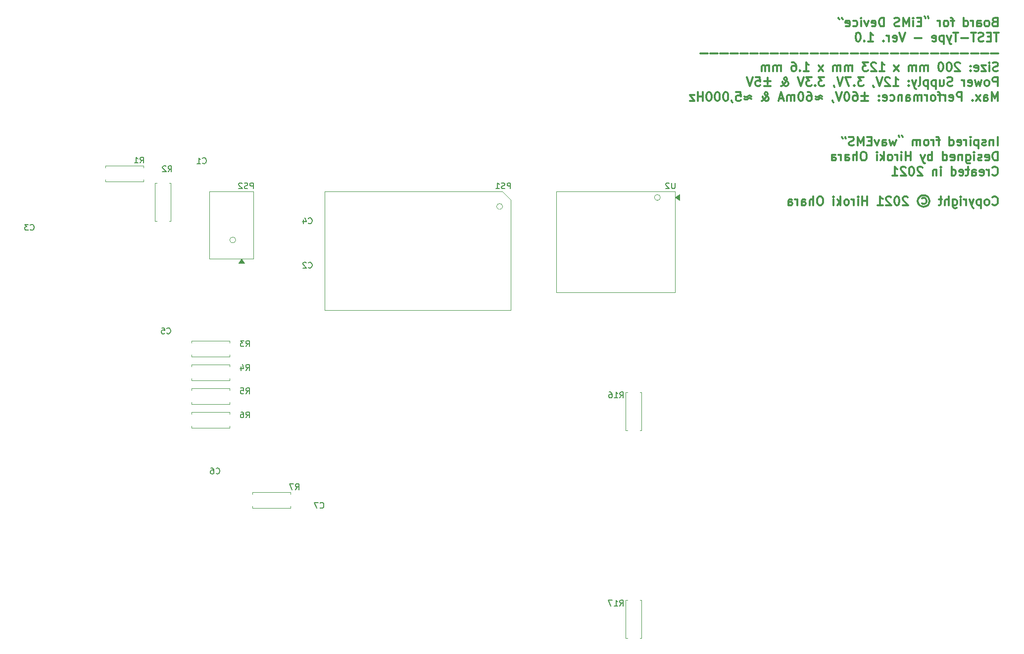
<source format=gbo>
G04 #@! TF.GenerationSoftware,KiCad,Pcbnew,(5.1.7-0-10_14)*
G04 #@! TF.CreationDate,2021-05-27T14:06:25+09:00*
G04 #@! TF.ProjectId,EiMS,45694d53-2e6b-4696-9361-645f70636258,1.0*
G04 #@! TF.SameCoordinates,Original*
G04 #@! TF.FileFunction,Legend,Bot*
G04 #@! TF.FilePolarity,Positive*
%FSLAX46Y46*%
G04 Gerber Fmt 4.6, Leading zero omitted, Abs format (unit mm)*
G04 Created by KiCad (PCBNEW (5.1.7-0-10_14)) date 2021-05-27 14:06:25*
%MOMM*%
%LPD*%
G01*
G04 APERTURE LIST*
%ADD10C,0.300000*%
%ADD11C,0.120000*%
%ADD12C,0.100000*%
%ADD13C,0.150000*%
G04 APERTURE END LIST*
D10*
X227247857Y-36192857D02*
X227033571Y-36264285D01*
X226962142Y-36335714D01*
X226890714Y-36478571D01*
X226890714Y-36692857D01*
X226962142Y-36835714D01*
X227033571Y-36907142D01*
X227176428Y-36978571D01*
X227747857Y-36978571D01*
X227747857Y-35478571D01*
X227247857Y-35478571D01*
X227105000Y-35550000D01*
X227033571Y-35621428D01*
X226962142Y-35764285D01*
X226962142Y-35907142D01*
X227033571Y-36050000D01*
X227105000Y-36121428D01*
X227247857Y-36192857D01*
X227747857Y-36192857D01*
X226033571Y-36978571D02*
X226176428Y-36907142D01*
X226247857Y-36835714D01*
X226319285Y-36692857D01*
X226319285Y-36264285D01*
X226247857Y-36121428D01*
X226176428Y-36050000D01*
X226033571Y-35978571D01*
X225819285Y-35978571D01*
X225676428Y-36050000D01*
X225605000Y-36121428D01*
X225533571Y-36264285D01*
X225533571Y-36692857D01*
X225605000Y-36835714D01*
X225676428Y-36907142D01*
X225819285Y-36978571D01*
X226033571Y-36978571D01*
X224247857Y-36978571D02*
X224247857Y-36192857D01*
X224319285Y-36050000D01*
X224462142Y-35978571D01*
X224747857Y-35978571D01*
X224890714Y-36050000D01*
X224247857Y-36907142D02*
X224390714Y-36978571D01*
X224747857Y-36978571D01*
X224890714Y-36907142D01*
X224962142Y-36764285D01*
X224962142Y-36621428D01*
X224890714Y-36478571D01*
X224747857Y-36407142D01*
X224390714Y-36407142D01*
X224247857Y-36335714D01*
X223533571Y-36978571D02*
X223533571Y-35978571D01*
X223533571Y-36264285D02*
X223462142Y-36121428D01*
X223390714Y-36050000D01*
X223247857Y-35978571D01*
X223105000Y-35978571D01*
X221962142Y-36978571D02*
X221962142Y-35478571D01*
X221962142Y-36907142D02*
X222105000Y-36978571D01*
X222390714Y-36978571D01*
X222533571Y-36907142D01*
X222605000Y-36835714D01*
X222676428Y-36692857D01*
X222676428Y-36264285D01*
X222605000Y-36121428D01*
X222533571Y-36050000D01*
X222390714Y-35978571D01*
X222105000Y-35978571D01*
X221962142Y-36050000D01*
X220319285Y-35978571D02*
X219747857Y-35978571D01*
X220105000Y-36978571D02*
X220105000Y-35692857D01*
X220033571Y-35550000D01*
X219890714Y-35478571D01*
X219747857Y-35478571D01*
X219033571Y-36978571D02*
X219176428Y-36907142D01*
X219247857Y-36835714D01*
X219319285Y-36692857D01*
X219319285Y-36264285D01*
X219247857Y-36121428D01*
X219176428Y-36050000D01*
X219033571Y-35978571D01*
X218819285Y-35978571D01*
X218676428Y-36050000D01*
X218605000Y-36121428D01*
X218533571Y-36264285D01*
X218533571Y-36692857D01*
X218605000Y-36835714D01*
X218676428Y-36907142D01*
X218819285Y-36978571D01*
X219033571Y-36978571D01*
X217890714Y-36978571D02*
X217890714Y-35978571D01*
X217890714Y-36264285D02*
X217819285Y-36121428D01*
X217747857Y-36050000D01*
X217605000Y-35978571D01*
X217462142Y-35978571D01*
X215390714Y-35550000D02*
X215390714Y-35478571D01*
X215319285Y-35335714D01*
X215247857Y-35264285D01*
X215962142Y-35550000D02*
X215962142Y-35478571D01*
X215890714Y-35335714D01*
X215819285Y-35264285D01*
X214676428Y-36192857D02*
X214176428Y-36192857D01*
X213962142Y-36978571D02*
X214676428Y-36978571D01*
X214676428Y-35478571D01*
X213962142Y-35478571D01*
X213319285Y-36978571D02*
X213319285Y-35978571D01*
X213319285Y-35478571D02*
X213390714Y-35550000D01*
X213319285Y-35621428D01*
X213247857Y-35550000D01*
X213319285Y-35478571D01*
X213319285Y-35621428D01*
X212605000Y-36978571D02*
X212605000Y-35478571D01*
X212105000Y-36550000D01*
X211605000Y-35478571D01*
X211605000Y-36978571D01*
X210962142Y-36907142D02*
X210747857Y-36978571D01*
X210390714Y-36978571D01*
X210247857Y-36907142D01*
X210176428Y-36835714D01*
X210105000Y-36692857D01*
X210105000Y-36550000D01*
X210176428Y-36407142D01*
X210247857Y-36335714D01*
X210390714Y-36264285D01*
X210676428Y-36192857D01*
X210819285Y-36121428D01*
X210890714Y-36050000D01*
X210962142Y-35907142D01*
X210962142Y-35764285D01*
X210890714Y-35621428D01*
X210819285Y-35550000D01*
X210676428Y-35478571D01*
X210319285Y-35478571D01*
X210105000Y-35550000D01*
X208319285Y-36978571D02*
X208319285Y-35478571D01*
X207962142Y-35478571D01*
X207747857Y-35550000D01*
X207605000Y-35692857D01*
X207533571Y-35835714D01*
X207462142Y-36121428D01*
X207462142Y-36335714D01*
X207533571Y-36621428D01*
X207605000Y-36764285D01*
X207747857Y-36907142D01*
X207962142Y-36978571D01*
X208319285Y-36978571D01*
X206247857Y-36907142D02*
X206390714Y-36978571D01*
X206676428Y-36978571D01*
X206819285Y-36907142D01*
X206890714Y-36764285D01*
X206890714Y-36192857D01*
X206819285Y-36050000D01*
X206676428Y-35978571D01*
X206390714Y-35978571D01*
X206247857Y-36050000D01*
X206176428Y-36192857D01*
X206176428Y-36335714D01*
X206890714Y-36478571D01*
X205676428Y-35978571D02*
X205319285Y-36978571D01*
X204962142Y-35978571D01*
X204390714Y-36978571D02*
X204390714Y-35978571D01*
X204390714Y-35478571D02*
X204462142Y-35550000D01*
X204390714Y-35621428D01*
X204319285Y-35550000D01*
X204390714Y-35478571D01*
X204390714Y-35621428D01*
X203033571Y-36907142D02*
X203176428Y-36978571D01*
X203462142Y-36978571D01*
X203605000Y-36907142D01*
X203676428Y-36835714D01*
X203747857Y-36692857D01*
X203747857Y-36264285D01*
X203676428Y-36121428D01*
X203605000Y-36050000D01*
X203462142Y-35978571D01*
X203176428Y-35978571D01*
X203033571Y-36050000D01*
X201819285Y-36907142D02*
X201962142Y-36978571D01*
X202247857Y-36978571D01*
X202390714Y-36907142D01*
X202462142Y-36764285D01*
X202462142Y-36192857D01*
X202390714Y-36050000D01*
X202247857Y-35978571D01*
X201962142Y-35978571D01*
X201819285Y-36050000D01*
X201747857Y-36192857D01*
X201747857Y-36335714D01*
X202462142Y-36478571D01*
X201105000Y-35478571D02*
X201105000Y-35550000D01*
X201176428Y-35692857D01*
X201247857Y-35764285D01*
X200533571Y-35478571D02*
X200533571Y-35550000D01*
X200605000Y-35692857D01*
X200676428Y-35764285D01*
X227962142Y-38028571D02*
X227105000Y-38028571D01*
X227533571Y-39528571D02*
X227533571Y-38028571D01*
X226605000Y-38742857D02*
X226105000Y-38742857D01*
X225890714Y-39528571D02*
X226605000Y-39528571D01*
X226605000Y-38028571D01*
X225890714Y-38028571D01*
X225319285Y-39457142D02*
X225105000Y-39528571D01*
X224747857Y-39528571D01*
X224605000Y-39457142D01*
X224533571Y-39385714D01*
X224462142Y-39242857D01*
X224462142Y-39100000D01*
X224533571Y-38957142D01*
X224605000Y-38885714D01*
X224747857Y-38814285D01*
X225033571Y-38742857D01*
X225176428Y-38671428D01*
X225247857Y-38600000D01*
X225319285Y-38457142D01*
X225319285Y-38314285D01*
X225247857Y-38171428D01*
X225176428Y-38100000D01*
X225033571Y-38028571D01*
X224676428Y-38028571D01*
X224462142Y-38100000D01*
X224033571Y-38028571D02*
X223176428Y-38028571D01*
X223605000Y-39528571D02*
X223605000Y-38028571D01*
X222676428Y-38957142D02*
X221533571Y-38957142D01*
X221033571Y-38028571D02*
X220176428Y-38028571D01*
X220605000Y-39528571D02*
X220605000Y-38028571D01*
X219819285Y-38528571D02*
X219462142Y-39528571D01*
X219105000Y-38528571D02*
X219462142Y-39528571D01*
X219605000Y-39885714D01*
X219676428Y-39957142D01*
X219819285Y-40028571D01*
X218533571Y-38528571D02*
X218533571Y-40028571D01*
X218533571Y-38600000D02*
X218390714Y-38528571D01*
X218105000Y-38528571D01*
X217962142Y-38600000D01*
X217890714Y-38671428D01*
X217819285Y-38814285D01*
X217819285Y-39242857D01*
X217890714Y-39385714D01*
X217962142Y-39457142D01*
X218105000Y-39528571D01*
X218390714Y-39528571D01*
X218533571Y-39457142D01*
X216605000Y-39457142D02*
X216747857Y-39528571D01*
X217033571Y-39528571D01*
X217176428Y-39457142D01*
X217247857Y-39314285D01*
X217247857Y-38742857D01*
X217176428Y-38600000D01*
X217033571Y-38528571D01*
X216747857Y-38528571D01*
X216605000Y-38600000D01*
X216533571Y-38742857D01*
X216533571Y-38885714D01*
X217247857Y-39028571D01*
X214747857Y-38957142D02*
X213605000Y-38957142D01*
X211962142Y-38028571D02*
X211462142Y-39528571D01*
X210962142Y-38028571D01*
X209890714Y-39457142D02*
X210033571Y-39528571D01*
X210319285Y-39528571D01*
X210462142Y-39457142D01*
X210533571Y-39314285D01*
X210533571Y-38742857D01*
X210462142Y-38600000D01*
X210319285Y-38528571D01*
X210033571Y-38528571D01*
X209890714Y-38600000D01*
X209819285Y-38742857D01*
X209819285Y-38885714D01*
X210533571Y-39028571D01*
X209176428Y-39528571D02*
X209176428Y-38528571D01*
X209176428Y-38814285D02*
X209105000Y-38671428D01*
X209033571Y-38600000D01*
X208890714Y-38528571D01*
X208747857Y-38528571D01*
X208247857Y-39385714D02*
X208176428Y-39457142D01*
X208247857Y-39528571D01*
X208319285Y-39457142D01*
X208247857Y-39385714D01*
X208247857Y-39528571D01*
X205605000Y-39528571D02*
X206462142Y-39528571D01*
X206033571Y-39528571D02*
X206033571Y-38028571D01*
X206176428Y-38242857D01*
X206319285Y-38385714D01*
X206462142Y-38457142D01*
X204962142Y-39385714D02*
X204890714Y-39457142D01*
X204962142Y-39528571D01*
X205033571Y-39457142D01*
X204962142Y-39385714D01*
X204962142Y-39528571D01*
X203962142Y-38028571D02*
X203819285Y-38028571D01*
X203676428Y-38100000D01*
X203605000Y-38171428D01*
X203533571Y-38314285D01*
X203462142Y-38600000D01*
X203462142Y-38957142D01*
X203533571Y-39242857D01*
X203605000Y-39385714D01*
X203676428Y-39457142D01*
X203819285Y-39528571D01*
X203962142Y-39528571D01*
X204105000Y-39457142D01*
X204176428Y-39385714D01*
X204247857Y-39242857D01*
X204319285Y-38957142D01*
X204319285Y-38600000D01*
X204247857Y-38314285D01*
X204176428Y-38171428D01*
X204105000Y-38100000D01*
X203962142Y-38028571D01*
X227890714Y-41578571D02*
X226605000Y-41578571D01*
X226176428Y-41578571D02*
X224890714Y-41578571D01*
X224462142Y-41578571D02*
X223176428Y-41578571D01*
X222747857Y-41578571D02*
X221462142Y-41578571D01*
X221033571Y-41578571D02*
X219747857Y-41578571D01*
X219319285Y-41578571D02*
X218033571Y-41578571D01*
X217605000Y-41578571D02*
X216319285Y-41578571D01*
X215890714Y-41578571D02*
X214605000Y-41578571D01*
X214176428Y-41578571D02*
X212890714Y-41578571D01*
X212462142Y-41578571D02*
X211176428Y-41578571D01*
X210747857Y-41578571D02*
X209462142Y-41578571D01*
X209033571Y-41578571D02*
X207747857Y-41578571D01*
X207319285Y-41578571D02*
X206033571Y-41578571D01*
X205605000Y-41578571D02*
X204319285Y-41578571D01*
X203890714Y-41578571D02*
X202605000Y-41578571D01*
X202176428Y-41578571D02*
X200890714Y-41578571D01*
X200462142Y-41578571D02*
X199176428Y-41578571D01*
X198747857Y-41578571D02*
X197462142Y-41578571D01*
X197033571Y-41578571D02*
X195747857Y-41578571D01*
X195319285Y-41578571D02*
X194033571Y-41578571D01*
X193605000Y-41578571D02*
X192319285Y-41578571D01*
X191890714Y-41578571D02*
X190605000Y-41578571D01*
X190176428Y-41578571D02*
X188890714Y-41578571D01*
X188462142Y-41578571D02*
X187176428Y-41578571D01*
X186747857Y-41578571D02*
X185462142Y-41578571D01*
X185033571Y-41578571D02*
X183747857Y-41578571D01*
X183319285Y-41578571D02*
X182033571Y-41578571D01*
X181605000Y-41578571D02*
X180319285Y-41578571D01*
X179890714Y-41578571D02*
X178605000Y-41578571D01*
X178176428Y-41578571D02*
X176890714Y-41578571D01*
X227819285Y-44557142D02*
X227605000Y-44628571D01*
X227247857Y-44628571D01*
X227105000Y-44557142D01*
X227033571Y-44485714D01*
X226962142Y-44342857D01*
X226962142Y-44200000D01*
X227033571Y-44057142D01*
X227105000Y-43985714D01*
X227247857Y-43914285D01*
X227533571Y-43842857D01*
X227676428Y-43771428D01*
X227747857Y-43700000D01*
X227819285Y-43557142D01*
X227819285Y-43414285D01*
X227747857Y-43271428D01*
X227676428Y-43200000D01*
X227533571Y-43128571D01*
X227176428Y-43128571D01*
X226962142Y-43200000D01*
X226319285Y-44628571D02*
X226319285Y-43628571D01*
X226319285Y-43128571D02*
X226390714Y-43200000D01*
X226319285Y-43271428D01*
X226247857Y-43200000D01*
X226319285Y-43128571D01*
X226319285Y-43271428D01*
X225747857Y-43628571D02*
X224962142Y-43628571D01*
X225747857Y-44628571D01*
X224962142Y-44628571D01*
X223819285Y-44557142D02*
X223962142Y-44628571D01*
X224247857Y-44628571D01*
X224390714Y-44557142D01*
X224462142Y-44414285D01*
X224462142Y-43842857D01*
X224390714Y-43700000D01*
X224247857Y-43628571D01*
X223962142Y-43628571D01*
X223819285Y-43700000D01*
X223747857Y-43842857D01*
X223747857Y-43985714D01*
X224462142Y-44128571D01*
X223105000Y-44485714D02*
X223033571Y-44557142D01*
X223105000Y-44628571D01*
X223176428Y-44557142D01*
X223105000Y-44485714D01*
X223105000Y-44628571D01*
X223105000Y-43700000D02*
X223033571Y-43771428D01*
X223105000Y-43842857D01*
X223176428Y-43771428D01*
X223105000Y-43700000D01*
X223105000Y-43842857D01*
X221319285Y-43271428D02*
X221247857Y-43200000D01*
X221105000Y-43128571D01*
X220747857Y-43128571D01*
X220605000Y-43200000D01*
X220533571Y-43271428D01*
X220462142Y-43414285D01*
X220462142Y-43557142D01*
X220533571Y-43771428D01*
X221390714Y-44628571D01*
X220462142Y-44628571D01*
X219533571Y-43128571D02*
X219390714Y-43128571D01*
X219247857Y-43200000D01*
X219176428Y-43271428D01*
X219105000Y-43414285D01*
X219033571Y-43700000D01*
X219033571Y-44057142D01*
X219105000Y-44342857D01*
X219176428Y-44485714D01*
X219247857Y-44557142D01*
X219390714Y-44628571D01*
X219533571Y-44628571D01*
X219676428Y-44557142D01*
X219747857Y-44485714D01*
X219819285Y-44342857D01*
X219890714Y-44057142D01*
X219890714Y-43700000D01*
X219819285Y-43414285D01*
X219747857Y-43271428D01*
X219676428Y-43200000D01*
X219533571Y-43128571D01*
X218105000Y-43128571D02*
X217962142Y-43128571D01*
X217819285Y-43200000D01*
X217747857Y-43271428D01*
X217676428Y-43414285D01*
X217605000Y-43700000D01*
X217605000Y-44057142D01*
X217676428Y-44342857D01*
X217747857Y-44485714D01*
X217819285Y-44557142D01*
X217962142Y-44628571D01*
X218105000Y-44628571D01*
X218247857Y-44557142D01*
X218319285Y-44485714D01*
X218390714Y-44342857D01*
X218462142Y-44057142D01*
X218462142Y-43700000D01*
X218390714Y-43414285D01*
X218319285Y-43271428D01*
X218247857Y-43200000D01*
X218105000Y-43128571D01*
X215819285Y-44628571D02*
X215819285Y-43628571D01*
X215819285Y-43771428D02*
X215747857Y-43700000D01*
X215605000Y-43628571D01*
X215390714Y-43628571D01*
X215247857Y-43700000D01*
X215176428Y-43842857D01*
X215176428Y-44628571D01*
X215176428Y-43842857D02*
X215105000Y-43700000D01*
X214962142Y-43628571D01*
X214747857Y-43628571D01*
X214605000Y-43700000D01*
X214533571Y-43842857D01*
X214533571Y-44628571D01*
X213819285Y-44628571D02*
X213819285Y-43628571D01*
X213819285Y-43771428D02*
X213747857Y-43700000D01*
X213605000Y-43628571D01*
X213390714Y-43628571D01*
X213247857Y-43700000D01*
X213176428Y-43842857D01*
X213176428Y-44628571D01*
X213176428Y-43842857D02*
X213105000Y-43700000D01*
X212962142Y-43628571D01*
X212747857Y-43628571D01*
X212605000Y-43700000D01*
X212533571Y-43842857D01*
X212533571Y-44628571D01*
X210819285Y-44628571D02*
X210033571Y-43628571D01*
X210819285Y-43628571D02*
X210033571Y-44628571D01*
X207533571Y-44628571D02*
X208390714Y-44628571D01*
X207962142Y-44628571D02*
X207962142Y-43128571D01*
X208105000Y-43342857D01*
X208247857Y-43485714D01*
X208390714Y-43557142D01*
X206962142Y-43271428D02*
X206890714Y-43200000D01*
X206747857Y-43128571D01*
X206390714Y-43128571D01*
X206247857Y-43200000D01*
X206176428Y-43271428D01*
X206105000Y-43414285D01*
X206105000Y-43557142D01*
X206176428Y-43771428D01*
X207033571Y-44628571D01*
X206105000Y-44628571D01*
X205605000Y-43128571D02*
X204676428Y-43128571D01*
X205176428Y-43700000D01*
X204962142Y-43700000D01*
X204819285Y-43771428D01*
X204747857Y-43842857D01*
X204676428Y-43985714D01*
X204676428Y-44342857D01*
X204747857Y-44485714D01*
X204819285Y-44557142D01*
X204962142Y-44628571D01*
X205390714Y-44628571D01*
X205533571Y-44557142D01*
X205605000Y-44485714D01*
X202890714Y-44628571D02*
X202890714Y-43628571D01*
X202890714Y-43771428D02*
X202819285Y-43700000D01*
X202676428Y-43628571D01*
X202462142Y-43628571D01*
X202319285Y-43700000D01*
X202247857Y-43842857D01*
X202247857Y-44628571D01*
X202247857Y-43842857D02*
X202176428Y-43700000D01*
X202033571Y-43628571D01*
X201819285Y-43628571D01*
X201676428Y-43700000D01*
X201605000Y-43842857D01*
X201605000Y-44628571D01*
X200890714Y-44628571D02*
X200890714Y-43628571D01*
X200890714Y-43771428D02*
X200819285Y-43700000D01*
X200676428Y-43628571D01*
X200462142Y-43628571D01*
X200319285Y-43700000D01*
X200247857Y-43842857D01*
X200247857Y-44628571D01*
X200247857Y-43842857D02*
X200176428Y-43700000D01*
X200033571Y-43628571D01*
X199819285Y-43628571D01*
X199676428Y-43700000D01*
X199605000Y-43842857D01*
X199605000Y-44628571D01*
X197890714Y-44628571D02*
X197105000Y-43628571D01*
X197890714Y-43628571D02*
X197105000Y-44628571D01*
X194605000Y-44628571D02*
X195462142Y-44628571D01*
X195033571Y-44628571D02*
X195033571Y-43128571D01*
X195176428Y-43342857D01*
X195319285Y-43485714D01*
X195462142Y-43557142D01*
X193962142Y-44485714D02*
X193890714Y-44557142D01*
X193962142Y-44628571D01*
X194033571Y-44557142D01*
X193962142Y-44485714D01*
X193962142Y-44628571D01*
X192605000Y-43128571D02*
X192890714Y-43128571D01*
X193033571Y-43200000D01*
X193105000Y-43271428D01*
X193247857Y-43485714D01*
X193319285Y-43771428D01*
X193319285Y-44342857D01*
X193247857Y-44485714D01*
X193176428Y-44557142D01*
X193033571Y-44628571D01*
X192747857Y-44628571D01*
X192605000Y-44557142D01*
X192533571Y-44485714D01*
X192462142Y-44342857D01*
X192462142Y-43985714D01*
X192533571Y-43842857D01*
X192605000Y-43771428D01*
X192747857Y-43700000D01*
X193033571Y-43700000D01*
X193176428Y-43771428D01*
X193247857Y-43842857D01*
X193319285Y-43985714D01*
X190676428Y-44628571D02*
X190676428Y-43628571D01*
X190676428Y-43771428D02*
X190605000Y-43700000D01*
X190462142Y-43628571D01*
X190247857Y-43628571D01*
X190105000Y-43700000D01*
X190033571Y-43842857D01*
X190033571Y-44628571D01*
X190033571Y-43842857D02*
X189962142Y-43700000D01*
X189819285Y-43628571D01*
X189605000Y-43628571D01*
X189462142Y-43700000D01*
X189390714Y-43842857D01*
X189390714Y-44628571D01*
X188676428Y-44628571D02*
X188676428Y-43628571D01*
X188676428Y-43771428D02*
X188605000Y-43700000D01*
X188462142Y-43628571D01*
X188247857Y-43628571D01*
X188105000Y-43700000D01*
X188033571Y-43842857D01*
X188033571Y-44628571D01*
X188033571Y-43842857D02*
X187962142Y-43700000D01*
X187819285Y-43628571D01*
X187605000Y-43628571D01*
X187462142Y-43700000D01*
X187390714Y-43842857D01*
X187390714Y-44628571D01*
X227747857Y-47178571D02*
X227747857Y-45678571D01*
X227176428Y-45678571D01*
X227033571Y-45750000D01*
X226962142Y-45821428D01*
X226890714Y-45964285D01*
X226890714Y-46178571D01*
X226962142Y-46321428D01*
X227033571Y-46392857D01*
X227176428Y-46464285D01*
X227747857Y-46464285D01*
X226033571Y-47178571D02*
X226176428Y-47107142D01*
X226247857Y-47035714D01*
X226319285Y-46892857D01*
X226319285Y-46464285D01*
X226247857Y-46321428D01*
X226176428Y-46250000D01*
X226033571Y-46178571D01*
X225819285Y-46178571D01*
X225676428Y-46250000D01*
X225605000Y-46321428D01*
X225533571Y-46464285D01*
X225533571Y-46892857D01*
X225605000Y-47035714D01*
X225676428Y-47107142D01*
X225819285Y-47178571D01*
X226033571Y-47178571D01*
X225033571Y-46178571D02*
X224747857Y-47178571D01*
X224462142Y-46464285D01*
X224176428Y-47178571D01*
X223890714Y-46178571D01*
X222747857Y-47107142D02*
X222890714Y-47178571D01*
X223176428Y-47178571D01*
X223319285Y-47107142D01*
X223390714Y-46964285D01*
X223390714Y-46392857D01*
X223319285Y-46250000D01*
X223176428Y-46178571D01*
X222890714Y-46178571D01*
X222747857Y-46250000D01*
X222676428Y-46392857D01*
X222676428Y-46535714D01*
X223390714Y-46678571D01*
X222033571Y-47178571D02*
X222033571Y-46178571D01*
X222033571Y-46464285D02*
X221962142Y-46321428D01*
X221890714Y-46250000D01*
X221747857Y-46178571D01*
X221605000Y-46178571D01*
X220033571Y-47107142D02*
X219819285Y-47178571D01*
X219462142Y-47178571D01*
X219319285Y-47107142D01*
X219247857Y-47035714D01*
X219176428Y-46892857D01*
X219176428Y-46750000D01*
X219247857Y-46607142D01*
X219319285Y-46535714D01*
X219462142Y-46464285D01*
X219747857Y-46392857D01*
X219890714Y-46321428D01*
X219962142Y-46250000D01*
X220033571Y-46107142D01*
X220033571Y-45964285D01*
X219962142Y-45821428D01*
X219890714Y-45750000D01*
X219747857Y-45678571D01*
X219390714Y-45678571D01*
X219176428Y-45750000D01*
X217890714Y-46178571D02*
X217890714Y-47178571D01*
X218533571Y-46178571D02*
X218533571Y-46964285D01*
X218462142Y-47107142D01*
X218319285Y-47178571D01*
X218105000Y-47178571D01*
X217962142Y-47107142D01*
X217890714Y-47035714D01*
X217176428Y-46178571D02*
X217176428Y-47678571D01*
X217176428Y-46250000D02*
X217033571Y-46178571D01*
X216747857Y-46178571D01*
X216605000Y-46250000D01*
X216533571Y-46321428D01*
X216462142Y-46464285D01*
X216462142Y-46892857D01*
X216533571Y-47035714D01*
X216605000Y-47107142D01*
X216747857Y-47178571D01*
X217033571Y-47178571D01*
X217176428Y-47107142D01*
X215819285Y-46178571D02*
X215819285Y-47678571D01*
X215819285Y-46250000D02*
X215676428Y-46178571D01*
X215390714Y-46178571D01*
X215247857Y-46250000D01*
X215176428Y-46321428D01*
X215105000Y-46464285D01*
X215105000Y-46892857D01*
X215176428Y-47035714D01*
X215247857Y-47107142D01*
X215390714Y-47178571D01*
X215676428Y-47178571D01*
X215819285Y-47107142D01*
X214247857Y-47178571D02*
X214390714Y-47107142D01*
X214462142Y-46964285D01*
X214462142Y-45678571D01*
X213819285Y-46178571D02*
X213462142Y-47178571D01*
X213105000Y-46178571D02*
X213462142Y-47178571D01*
X213605000Y-47535714D01*
X213676428Y-47607142D01*
X213819285Y-47678571D01*
X212533571Y-47035714D02*
X212462142Y-47107142D01*
X212533571Y-47178571D01*
X212605000Y-47107142D01*
X212533571Y-47035714D01*
X212533571Y-47178571D01*
X212533571Y-46250000D02*
X212462142Y-46321428D01*
X212533571Y-46392857D01*
X212605000Y-46321428D01*
X212533571Y-46250000D01*
X212533571Y-46392857D01*
X209890714Y-47178571D02*
X210747857Y-47178571D01*
X210319285Y-47178571D02*
X210319285Y-45678571D01*
X210462142Y-45892857D01*
X210605000Y-46035714D01*
X210747857Y-46107142D01*
X209319285Y-45821428D02*
X209247857Y-45750000D01*
X209105000Y-45678571D01*
X208747857Y-45678571D01*
X208605000Y-45750000D01*
X208533571Y-45821428D01*
X208462142Y-45964285D01*
X208462142Y-46107142D01*
X208533571Y-46321428D01*
X209390714Y-47178571D01*
X208462142Y-47178571D01*
X208033571Y-45678571D02*
X207533571Y-47178571D01*
X207033571Y-45678571D01*
X206462142Y-47107142D02*
X206462142Y-47178571D01*
X206533571Y-47321428D01*
X206605000Y-47392857D01*
X204819285Y-45678571D02*
X203890714Y-45678571D01*
X204390714Y-46250000D01*
X204176428Y-46250000D01*
X204033571Y-46321428D01*
X203962142Y-46392857D01*
X203890714Y-46535714D01*
X203890714Y-46892857D01*
X203962142Y-47035714D01*
X204033571Y-47107142D01*
X204176428Y-47178571D01*
X204605000Y-47178571D01*
X204747857Y-47107142D01*
X204819285Y-47035714D01*
X203247857Y-47035714D02*
X203176428Y-47107142D01*
X203247857Y-47178571D01*
X203319285Y-47107142D01*
X203247857Y-47035714D01*
X203247857Y-47178571D01*
X202676428Y-45678571D02*
X201676428Y-45678571D01*
X202319285Y-47178571D01*
X201319285Y-45678571D02*
X200819285Y-47178571D01*
X200319285Y-45678571D01*
X199747857Y-47107142D02*
X199747857Y-47178571D01*
X199819285Y-47321428D01*
X199890714Y-47392857D01*
X198105000Y-45678571D02*
X197176428Y-45678571D01*
X197676428Y-46250000D01*
X197462142Y-46250000D01*
X197319285Y-46321428D01*
X197247857Y-46392857D01*
X197176428Y-46535714D01*
X197176428Y-46892857D01*
X197247857Y-47035714D01*
X197319285Y-47107142D01*
X197462142Y-47178571D01*
X197890714Y-47178571D01*
X198033571Y-47107142D01*
X198105000Y-47035714D01*
X196533571Y-47035714D02*
X196462142Y-47107142D01*
X196533571Y-47178571D01*
X196605000Y-47107142D01*
X196533571Y-47035714D01*
X196533571Y-47178571D01*
X195962142Y-45678571D02*
X195033571Y-45678571D01*
X195533571Y-46250000D01*
X195319285Y-46250000D01*
X195176428Y-46321428D01*
X195105000Y-46392857D01*
X195033571Y-46535714D01*
X195033571Y-46892857D01*
X195105000Y-47035714D01*
X195176428Y-47107142D01*
X195319285Y-47178571D01*
X195747857Y-47178571D01*
X195890714Y-47107142D01*
X195962142Y-47035714D01*
X194605000Y-45678571D02*
X194105000Y-47178571D01*
X193605000Y-45678571D01*
X190747857Y-47178571D02*
X190819285Y-47178571D01*
X190962142Y-47107142D01*
X191176428Y-46892857D01*
X191533571Y-46464285D01*
X191676428Y-46250000D01*
X191747857Y-46035714D01*
X191747857Y-45892857D01*
X191676428Y-45750000D01*
X191533571Y-45678571D01*
X191462142Y-45678571D01*
X191319285Y-45750000D01*
X191247857Y-45892857D01*
X191247857Y-45964285D01*
X191319285Y-46107142D01*
X191390714Y-46178571D01*
X191819285Y-46464285D01*
X191890714Y-46535714D01*
X191962142Y-46678571D01*
X191962142Y-46892857D01*
X191890714Y-47035714D01*
X191819285Y-47107142D01*
X191676428Y-47178571D01*
X191462142Y-47178571D01*
X191319285Y-47107142D01*
X191247857Y-47035714D01*
X191033571Y-46750000D01*
X190962142Y-46535714D01*
X190962142Y-46392857D01*
X188962142Y-46321428D02*
X187819285Y-46321428D01*
X188390714Y-46892857D02*
X188390714Y-45750000D01*
X187819285Y-47178571D02*
X188962142Y-47178571D01*
X186390714Y-45678571D02*
X187105000Y-45678571D01*
X187176428Y-46392857D01*
X187105000Y-46321428D01*
X186962142Y-46250000D01*
X186605000Y-46250000D01*
X186462142Y-46321428D01*
X186390714Y-46392857D01*
X186319285Y-46535714D01*
X186319285Y-46892857D01*
X186390714Y-47035714D01*
X186462142Y-47107142D01*
X186605000Y-47178571D01*
X186962142Y-47178571D01*
X187105000Y-47107142D01*
X187176428Y-47035714D01*
X185890714Y-45678571D02*
X185390714Y-47178571D01*
X184890714Y-45678571D01*
X227747857Y-49728571D02*
X227747857Y-48228571D01*
X227247857Y-49300000D01*
X226747857Y-48228571D01*
X226747857Y-49728571D01*
X225390714Y-49728571D02*
X225390714Y-48942857D01*
X225462142Y-48800000D01*
X225605000Y-48728571D01*
X225890714Y-48728571D01*
X226033571Y-48800000D01*
X225390714Y-49657142D02*
X225533571Y-49728571D01*
X225890714Y-49728571D01*
X226033571Y-49657142D01*
X226105000Y-49514285D01*
X226105000Y-49371428D01*
X226033571Y-49228571D01*
X225890714Y-49157142D01*
X225533571Y-49157142D01*
X225390714Y-49085714D01*
X224819285Y-49728571D02*
X224033571Y-48728571D01*
X224819285Y-48728571D02*
X224033571Y-49728571D01*
X223462142Y-49585714D02*
X223390714Y-49657142D01*
X223462142Y-49728571D01*
X223533571Y-49657142D01*
X223462142Y-49585714D01*
X223462142Y-49728571D01*
X221605000Y-49728571D02*
X221605000Y-48228571D01*
X221033571Y-48228571D01*
X220890714Y-48300000D01*
X220819285Y-48371428D01*
X220747857Y-48514285D01*
X220747857Y-48728571D01*
X220819285Y-48871428D01*
X220890714Y-48942857D01*
X221033571Y-49014285D01*
X221605000Y-49014285D01*
X219533571Y-49657142D02*
X219676428Y-49728571D01*
X219962142Y-49728571D01*
X220105000Y-49657142D01*
X220176428Y-49514285D01*
X220176428Y-48942857D01*
X220105000Y-48800000D01*
X219962142Y-48728571D01*
X219676428Y-48728571D01*
X219533571Y-48800000D01*
X219462142Y-48942857D01*
X219462142Y-49085714D01*
X220176428Y-49228571D01*
X218819285Y-49728571D02*
X218819285Y-48728571D01*
X218819285Y-49014285D02*
X218747857Y-48871428D01*
X218676428Y-48800000D01*
X218533571Y-48728571D01*
X218390714Y-48728571D01*
X218105000Y-48728571D02*
X217533571Y-48728571D01*
X217890714Y-49728571D02*
X217890714Y-48442857D01*
X217819285Y-48300000D01*
X217676428Y-48228571D01*
X217533571Y-48228571D01*
X216819285Y-49728571D02*
X216962142Y-49657142D01*
X217033571Y-49585714D01*
X217105000Y-49442857D01*
X217105000Y-49014285D01*
X217033571Y-48871428D01*
X216962142Y-48800000D01*
X216819285Y-48728571D01*
X216605000Y-48728571D01*
X216462142Y-48800000D01*
X216390714Y-48871428D01*
X216319285Y-49014285D01*
X216319285Y-49442857D01*
X216390714Y-49585714D01*
X216462142Y-49657142D01*
X216605000Y-49728571D01*
X216819285Y-49728571D01*
X215676428Y-49728571D02*
X215676428Y-48728571D01*
X215676428Y-49014285D02*
X215605000Y-48871428D01*
X215533571Y-48800000D01*
X215390714Y-48728571D01*
X215247857Y-48728571D01*
X214747857Y-49728571D02*
X214747857Y-48728571D01*
X214747857Y-48871428D02*
X214676428Y-48800000D01*
X214533571Y-48728571D01*
X214319285Y-48728571D01*
X214176428Y-48800000D01*
X214105000Y-48942857D01*
X214105000Y-49728571D01*
X214105000Y-48942857D02*
X214033571Y-48800000D01*
X213890714Y-48728571D01*
X213676428Y-48728571D01*
X213533571Y-48800000D01*
X213462142Y-48942857D01*
X213462142Y-49728571D01*
X212105000Y-49728571D02*
X212105000Y-48942857D01*
X212176428Y-48800000D01*
X212319285Y-48728571D01*
X212605000Y-48728571D01*
X212747857Y-48800000D01*
X212105000Y-49657142D02*
X212247857Y-49728571D01*
X212605000Y-49728571D01*
X212747857Y-49657142D01*
X212819285Y-49514285D01*
X212819285Y-49371428D01*
X212747857Y-49228571D01*
X212605000Y-49157142D01*
X212247857Y-49157142D01*
X212105000Y-49085714D01*
X211390714Y-48728571D02*
X211390714Y-49728571D01*
X211390714Y-48871428D02*
X211319285Y-48800000D01*
X211176428Y-48728571D01*
X210962142Y-48728571D01*
X210819285Y-48800000D01*
X210747857Y-48942857D01*
X210747857Y-49728571D01*
X209390714Y-49657142D02*
X209533571Y-49728571D01*
X209819285Y-49728571D01*
X209962142Y-49657142D01*
X210033571Y-49585714D01*
X210105000Y-49442857D01*
X210105000Y-49014285D01*
X210033571Y-48871428D01*
X209962142Y-48800000D01*
X209819285Y-48728571D01*
X209533571Y-48728571D01*
X209390714Y-48800000D01*
X208176428Y-49657142D02*
X208319285Y-49728571D01*
X208605000Y-49728571D01*
X208747857Y-49657142D01*
X208819285Y-49514285D01*
X208819285Y-48942857D01*
X208747857Y-48800000D01*
X208605000Y-48728571D01*
X208319285Y-48728571D01*
X208176428Y-48800000D01*
X208105000Y-48942857D01*
X208105000Y-49085714D01*
X208819285Y-49228571D01*
X207462142Y-49585714D02*
X207390714Y-49657142D01*
X207462142Y-49728571D01*
X207533571Y-49657142D01*
X207462142Y-49585714D01*
X207462142Y-49728571D01*
X207462142Y-48800000D02*
X207390714Y-48871428D01*
X207462142Y-48942857D01*
X207533571Y-48871428D01*
X207462142Y-48800000D01*
X207462142Y-48942857D01*
X205605000Y-48871428D02*
X204462142Y-48871428D01*
X205033571Y-49442857D02*
X205033571Y-48300000D01*
X204462142Y-49728571D02*
X205605000Y-49728571D01*
X203105000Y-48228571D02*
X203390714Y-48228571D01*
X203533571Y-48300000D01*
X203605000Y-48371428D01*
X203747857Y-48585714D01*
X203819285Y-48871428D01*
X203819285Y-49442857D01*
X203747857Y-49585714D01*
X203676428Y-49657142D01*
X203533571Y-49728571D01*
X203247857Y-49728571D01*
X203105000Y-49657142D01*
X203033571Y-49585714D01*
X202962142Y-49442857D01*
X202962142Y-49085714D01*
X203033571Y-48942857D01*
X203105000Y-48871428D01*
X203247857Y-48800000D01*
X203533571Y-48800000D01*
X203676428Y-48871428D01*
X203747857Y-48942857D01*
X203819285Y-49085714D01*
X202033571Y-48228571D02*
X201890714Y-48228571D01*
X201747857Y-48300000D01*
X201676428Y-48371428D01*
X201605000Y-48514285D01*
X201533571Y-48800000D01*
X201533571Y-49157142D01*
X201605000Y-49442857D01*
X201676428Y-49585714D01*
X201747857Y-49657142D01*
X201890714Y-49728571D01*
X202033571Y-49728571D01*
X202176428Y-49657142D01*
X202247857Y-49585714D01*
X202319285Y-49442857D01*
X202390714Y-49157142D01*
X202390714Y-48800000D01*
X202319285Y-48514285D01*
X202247857Y-48371428D01*
X202176428Y-48300000D01*
X202033571Y-48228571D01*
X201105000Y-48228571D02*
X200605000Y-49728571D01*
X200105000Y-48228571D01*
X199533571Y-49657142D02*
X199533571Y-49728571D01*
X199605000Y-49871428D01*
X199676428Y-49942857D01*
X197747857Y-49371428D02*
X197676428Y-49300000D01*
X197462142Y-49228571D01*
X197247857Y-49300000D01*
X197105000Y-49442857D01*
X196890714Y-49514285D01*
X196676428Y-49442857D01*
X196605000Y-49371428D01*
X197747857Y-48942857D02*
X197676428Y-48871428D01*
X197462142Y-48800000D01*
X197247857Y-48871428D01*
X197105000Y-49014285D01*
X196890714Y-49085714D01*
X196676428Y-49014285D01*
X196605000Y-48942857D01*
X195247857Y-48228571D02*
X195533571Y-48228571D01*
X195676428Y-48300000D01*
X195747857Y-48371428D01*
X195890714Y-48585714D01*
X195962142Y-48871428D01*
X195962142Y-49442857D01*
X195890714Y-49585714D01*
X195819285Y-49657142D01*
X195676428Y-49728571D01*
X195390714Y-49728571D01*
X195247857Y-49657142D01*
X195176428Y-49585714D01*
X195105000Y-49442857D01*
X195105000Y-49085714D01*
X195176428Y-48942857D01*
X195247857Y-48871428D01*
X195390714Y-48800000D01*
X195676428Y-48800000D01*
X195819285Y-48871428D01*
X195890714Y-48942857D01*
X195962142Y-49085714D01*
X194176428Y-48228571D02*
X194033571Y-48228571D01*
X193890714Y-48300000D01*
X193819285Y-48371428D01*
X193747857Y-48514285D01*
X193676428Y-48800000D01*
X193676428Y-49157142D01*
X193747857Y-49442857D01*
X193819285Y-49585714D01*
X193890714Y-49657142D01*
X194033571Y-49728571D01*
X194176428Y-49728571D01*
X194319285Y-49657142D01*
X194390714Y-49585714D01*
X194462142Y-49442857D01*
X194533571Y-49157142D01*
X194533571Y-48800000D01*
X194462142Y-48514285D01*
X194390714Y-48371428D01*
X194319285Y-48300000D01*
X194176428Y-48228571D01*
X193033571Y-49728571D02*
X193033571Y-48728571D01*
X193033571Y-48871428D02*
X192962142Y-48800000D01*
X192819285Y-48728571D01*
X192605000Y-48728571D01*
X192462142Y-48800000D01*
X192390714Y-48942857D01*
X192390714Y-49728571D01*
X192390714Y-48942857D02*
X192319285Y-48800000D01*
X192176428Y-48728571D01*
X191962142Y-48728571D01*
X191819285Y-48800000D01*
X191747857Y-48942857D01*
X191747857Y-49728571D01*
X191105000Y-49300000D02*
X190390714Y-49300000D01*
X191247857Y-49728571D02*
X190747857Y-48228571D01*
X190247857Y-49728571D01*
X187390714Y-49728571D02*
X187462142Y-49728571D01*
X187605000Y-49657142D01*
X187819285Y-49442857D01*
X188176428Y-49014285D01*
X188319285Y-48800000D01*
X188390714Y-48585714D01*
X188390714Y-48442857D01*
X188319285Y-48300000D01*
X188176428Y-48228571D01*
X188105000Y-48228571D01*
X187962142Y-48300000D01*
X187890714Y-48442857D01*
X187890714Y-48514285D01*
X187962142Y-48657142D01*
X188033571Y-48728571D01*
X188462142Y-49014285D01*
X188533571Y-49085714D01*
X188605000Y-49228571D01*
X188605000Y-49442857D01*
X188533571Y-49585714D01*
X188462142Y-49657142D01*
X188319285Y-49728571D01*
X188105000Y-49728571D01*
X187962142Y-49657142D01*
X187890714Y-49585714D01*
X187676428Y-49300000D01*
X187605000Y-49085714D01*
X187605000Y-48942857D01*
X185605000Y-49371428D02*
X185533571Y-49300000D01*
X185319285Y-49228571D01*
X185105000Y-49300000D01*
X184962142Y-49442857D01*
X184747857Y-49514285D01*
X184533571Y-49442857D01*
X184462142Y-49371428D01*
X185605000Y-48942857D02*
X185533571Y-48871428D01*
X185319285Y-48800000D01*
X185105000Y-48871428D01*
X184962142Y-49014285D01*
X184747857Y-49085714D01*
X184533571Y-49014285D01*
X184462142Y-48942857D01*
X183033571Y-48228571D02*
X183747857Y-48228571D01*
X183819285Y-48942857D01*
X183747857Y-48871428D01*
X183605000Y-48800000D01*
X183247857Y-48800000D01*
X183105000Y-48871428D01*
X183033571Y-48942857D01*
X182962142Y-49085714D01*
X182962142Y-49442857D01*
X183033571Y-49585714D01*
X183105000Y-49657142D01*
X183247857Y-49728571D01*
X183605000Y-49728571D01*
X183747857Y-49657142D01*
X183819285Y-49585714D01*
X182247857Y-49657142D02*
X182247857Y-49728571D01*
X182319285Y-49871428D01*
X182390714Y-49942857D01*
X181319285Y-48228571D02*
X181176428Y-48228571D01*
X181033571Y-48300000D01*
X180962142Y-48371428D01*
X180890714Y-48514285D01*
X180819285Y-48800000D01*
X180819285Y-49157142D01*
X180890714Y-49442857D01*
X180962142Y-49585714D01*
X181033571Y-49657142D01*
X181176428Y-49728571D01*
X181319285Y-49728571D01*
X181462142Y-49657142D01*
X181533571Y-49585714D01*
X181605000Y-49442857D01*
X181676428Y-49157142D01*
X181676428Y-48800000D01*
X181605000Y-48514285D01*
X181533571Y-48371428D01*
X181462142Y-48300000D01*
X181319285Y-48228571D01*
X179890714Y-48228571D02*
X179747857Y-48228571D01*
X179605000Y-48300000D01*
X179533571Y-48371428D01*
X179462142Y-48514285D01*
X179390714Y-48800000D01*
X179390714Y-49157142D01*
X179462142Y-49442857D01*
X179533571Y-49585714D01*
X179605000Y-49657142D01*
X179747857Y-49728571D01*
X179890714Y-49728571D01*
X180033571Y-49657142D01*
X180105000Y-49585714D01*
X180176428Y-49442857D01*
X180247857Y-49157142D01*
X180247857Y-48800000D01*
X180176428Y-48514285D01*
X180105000Y-48371428D01*
X180033571Y-48300000D01*
X179890714Y-48228571D01*
X178462142Y-48228571D02*
X178319285Y-48228571D01*
X178176428Y-48300000D01*
X178105000Y-48371428D01*
X178033571Y-48514285D01*
X177962142Y-48800000D01*
X177962142Y-49157142D01*
X178033571Y-49442857D01*
X178105000Y-49585714D01*
X178176428Y-49657142D01*
X178319285Y-49728571D01*
X178462142Y-49728571D01*
X178605000Y-49657142D01*
X178676428Y-49585714D01*
X178747857Y-49442857D01*
X178819285Y-49157142D01*
X178819285Y-48800000D01*
X178747857Y-48514285D01*
X178676428Y-48371428D01*
X178605000Y-48300000D01*
X178462142Y-48228571D01*
X177319285Y-49728571D02*
X177319285Y-48228571D01*
X177319285Y-48942857D02*
X176462142Y-48942857D01*
X176462142Y-49728571D02*
X176462142Y-48228571D01*
X175890714Y-48728571D02*
X175105000Y-48728571D01*
X175890714Y-49728571D01*
X175105000Y-49728571D01*
X227747857Y-57378571D02*
X227747857Y-55878571D01*
X227033571Y-56378571D02*
X227033571Y-57378571D01*
X227033571Y-56521428D02*
X226962142Y-56450000D01*
X226819285Y-56378571D01*
X226605000Y-56378571D01*
X226462142Y-56450000D01*
X226390714Y-56592857D01*
X226390714Y-57378571D01*
X225747857Y-57307142D02*
X225605000Y-57378571D01*
X225319285Y-57378571D01*
X225176428Y-57307142D01*
X225105000Y-57164285D01*
X225105000Y-57092857D01*
X225176428Y-56950000D01*
X225319285Y-56878571D01*
X225533571Y-56878571D01*
X225676428Y-56807142D01*
X225747857Y-56664285D01*
X225747857Y-56592857D01*
X225676428Y-56450000D01*
X225533571Y-56378571D01*
X225319285Y-56378571D01*
X225176428Y-56450000D01*
X224462142Y-56378571D02*
X224462142Y-57878571D01*
X224462142Y-56450000D02*
X224319285Y-56378571D01*
X224033571Y-56378571D01*
X223890714Y-56450000D01*
X223819285Y-56521428D01*
X223747857Y-56664285D01*
X223747857Y-57092857D01*
X223819285Y-57235714D01*
X223890714Y-57307142D01*
X224033571Y-57378571D01*
X224319285Y-57378571D01*
X224462142Y-57307142D01*
X223105000Y-57378571D02*
X223105000Y-56378571D01*
X223105000Y-55878571D02*
X223176428Y-55950000D01*
X223105000Y-56021428D01*
X223033571Y-55950000D01*
X223105000Y-55878571D01*
X223105000Y-56021428D01*
X222390714Y-57378571D02*
X222390714Y-56378571D01*
X222390714Y-56664285D02*
X222319285Y-56521428D01*
X222247857Y-56450000D01*
X222105000Y-56378571D01*
X221962142Y-56378571D01*
X220890714Y-57307142D02*
X221033571Y-57378571D01*
X221319285Y-57378571D01*
X221462142Y-57307142D01*
X221533571Y-57164285D01*
X221533571Y-56592857D01*
X221462142Y-56450000D01*
X221319285Y-56378571D01*
X221033571Y-56378571D01*
X220890714Y-56450000D01*
X220819285Y-56592857D01*
X220819285Y-56735714D01*
X221533571Y-56878571D01*
X219533571Y-57378571D02*
X219533571Y-55878571D01*
X219533571Y-57307142D02*
X219676428Y-57378571D01*
X219962142Y-57378571D01*
X220105000Y-57307142D01*
X220176428Y-57235714D01*
X220247857Y-57092857D01*
X220247857Y-56664285D01*
X220176428Y-56521428D01*
X220105000Y-56450000D01*
X219962142Y-56378571D01*
X219676428Y-56378571D01*
X219533571Y-56450000D01*
X217890714Y-56378571D02*
X217319285Y-56378571D01*
X217676428Y-57378571D02*
X217676428Y-56092857D01*
X217605000Y-55950000D01*
X217462142Y-55878571D01*
X217319285Y-55878571D01*
X216819285Y-57378571D02*
X216819285Y-56378571D01*
X216819285Y-56664285D02*
X216747857Y-56521428D01*
X216676428Y-56450000D01*
X216533571Y-56378571D01*
X216390714Y-56378571D01*
X215676428Y-57378571D02*
X215819285Y-57307142D01*
X215890714Y-57235714D01*
X215962142Y-57092857D01*
X215962142Y-56664285D01*
X215890714Y-56521428D01*
X215819285Y-56450000D01*
X215676428Y-56378571D01*
X215462142Y-56378571D01*
X215319285Y-56450000D01*
X215247857Y-56521428D01*
X215176428Y-56664285D01*
X215176428Y-57092857D01*
X215247857Y-57235714D01*
X215319285Y-57307142D01*
X215462142Y-57378571D01*
X215676428Y-57378571D01*
X214533571Y-57378571D02*
X214533571Y-56378571D01*
X214533571Y-56521428D02*
X214462142Y-56450000D01*
X214319285Y-56378571D01*
X214105000Y-56378571D01*
X213962142Y-56450000D01*
X213890714Y-56592857D01*
X213890714Y-57378571D01*
X213890714Y-56592857D02*
X213819285Y-56450000D01*
X213676428Y-56378571D01*
X213462142Y-56378571D01*
X213319285Y-56450000D01*
X213247857Y-56592857D01*
X213247857Y-57378571D01*
X210962142Y-55950000D02*
X210962142Y-55878571D01*
X210890714Y-55735714D01*
X210819285Y-55664285D01*
X211533571Y-55950000D02*
X211533571Y-55878571D01*
X211462142Y-55735714D01*
X211390714Y-55664285D01*
X210390714Y-56378571D02*
X210105000Y-57378571D01*
X209819285Y-56664285D01*
X209533571Y-57378571D01*
X209247857Y-56378571D01*
X208033571Y-57378571D02*
X208033571Y-56592857D01*
X208105000Y-56450000D01*
X208247857Y-56378571D01*
X208533571Y-56378571D01*
X208676428Y-56450000D01*
X208033571Y-57307142D02*
X208176428Y-57378571D01*
X208533571Y-57378571D01*
X208676428Y-57307142D01*
X208747857Y-57164285D01*
X208747857Y-57021428D01*
X208676428Y-56878571D01*
X208533571Y-56807142D01*
X208176428Y-56807142D01*
X208033571Y-56735714D01*
X207462142Y-56378571D02*
X207105000Y-57378571D01*
X206747857Y-56378571D01*
X206176428Y-56592857D02*
X205676428Y-56592857D01*
X205462142Y-57378571D02*
X206176428Y-57378571D01*
X206176428Y-55878571D01*
X205462142Y-55878571D01*
X204819285Y-57378571D02*
X204819285Y-55878571D01*
X204319285Y-56950000D01*
X203819285Y-55878571D01*
X203819285Y-57378571D01*
X203176428Y-57307142D02*
X202962142Y-57378571D01*
X202605000Y-57378571D01*
X202462142Y-57307142D01*
X202390714Y-57235714D01*
X202319285Y-57092857D01*
X202319285Y-56950000D01*
X202390714Y-56807142D01*
X202462142Y-56735714D01*
X202605000Y-56664285D01*
X202890714Y-56592857D01*
X203033571Y-56521428D01*
X203105000Y-56450000D01*
X203176428Y-56307142D01*
X203176428Y-56164285D01*
X203105000Y-56021428D01*
X203033571Y-55950000D01*
X202890714Y-55878571D01*
X202533571Y-55878571D01*
X202319285Y-55950000D01*
X201676428Y-55878571D02*
X201676428Y-55950000D01*
X201747857Y-56092857D01*
X201819285Y-56164285D01*
X201105000Y-55878571D02*
X201105000Y-55950000D01*
X201176428Y-56092857D01*
X201247857Y-56164285D01*
X227747857Y-59928571D02*
X227747857Y-58428571D01*
X227390714Y-58428571D01*
X227176428Y-58500000D01*
X227033571Y-58642857D01*
X226962142Y-58785714D01*
X226890714Y-59071428D01*
X226890714Y-59285714D01*
X226962142Y-59571428D01*
X227033571Y-59714285D01*
X227176428Y-59857142D01*
X227390714Y-59928571D01*
X227747857Y-59928571D01*
X225676428Y-59857142D02*
X225819285Y-59928571D01*
X226105000Y-59928571D01*
X226247857Y-59857142D01*
X226319285Y-59714285D01*
X226319285Y-59142857D01*
X226247857Y-59000000D01*
X226105000Y-58928571D01*
X225819285Y-58928571D01*
X225676428Y-59000000D01*
X225605000Y-59142857D01*
X225605000Y-59285714D01*
X226319285Y-59428571D01*
X225033571Y-59857142D02*
X224890714Y-59928571D01*
X224605000Y-59928571D01*
X224462142Y-59857142D01*
X224390714Y-59714285D01*
X224390714Y-59642857D01*
X224462142Y-59500000D01*
X224605000Y-59428571D01*
X224819285Y-59428571D01*
X224962142Y-59357142D01*
X225033571Y-59214285D01*
X225033571Y-59142857D01*
X224962142Y-59000000D01*
X224819285Y-58928571D01*
X224605000Y-58928571D01*
X224462142Y-59000000D01*
X223747857Y-59928571D02*
X223747857Y-58928571D01*
X223747857Y-58428571D02*
X223819285Y-58500000D01*
X223747857Y-58571428D01*
X223676428Y-58500000D01*
X223747857Y-58428571D01*
X223747857Y-58571428D01*
X222390714Y-58928571D02*
X222390714Y-60142857D01*
X222462142Y-60285714D01*
X222533571Y-60357142D01*
X222676428Y-60428571D01*
X222890714Y-60428571D01*
X223033571Y-60357142D01*
X222390714Y-59857142D02*
X222533571Y-59928571D01*
X222819285Y-59928571D01*
X222962142Y-59857142D01*
X223033571Y-59785714D01*
X223105000Y-59642857D01*
X223105000Y-59214285D01*
X223033571Y-59071428D01*
X222962142Y-59000000D01*
X222819285Y-58928571D01*
X222533571Y-58928571D01*
X222390714Y-59000000D01*
X221676428Y-58928571D02*
X221676428Y-59928571D01*
X221676428Y-59071428D02*
X221605000Y-59000000D01*
X221462142Y-58928571D01*
X221247857Y-58928571D01*
X221105000Y-59000000D01*
X221033571Y-59142857D01*
X221033571Y-59928571D01*
X219747857Y-59857142D02*
X219890714Y-59928571D01*
X220176428Y-59928571D01*
X220319285Y-59857142D01*
X220390714Y-59714285D01*
X220390714Y-59142857D01*
X220319285Y-59000000D01*
X220176428Y-58928571D01*
X219890714Y-58928571D01*
X219747857Y-59000000D01*
X219676428Y-59142857D01*
X219676428Y-59285714D01*
X220390714Y-59428571D01*
X218390714Y-59928571D02*
X218390714Y-58428571D01*
X218390714Y-59857142D02*
X218533571Y-59928571D01*
X218819285Y-59928571D01*
X218962142Y-59857142D01*
X219033571Y-59785714D01*
X219105000Y-59642857D01*
X219105000Y-59214285D01*
X219033571Y-59071428D01*
X218962142Y-59000000D01*
X218819285Y-58928571D01*
X218533571Y-58928571D01*
X218390714Y-59000000D01*
X216533571Y-59928571D02*
X216533571Y-58428571D01*
X216533571Y-59000000D02*
X216390714Y-58928571D01*
X216105000Y-58928571D01*
X215962142Y-59000000D01*
X215890714Y-59071428D01*
X215819285Y-59214285D01*
X215819285Y-59642857D01*
X215890714Y-59785714D01*
X215962142Y-59857142D01*
X216105000Y-59928571D01*
X216390714Y-59928571D01*
X216533571Y-59857142D01*
X215319285Y-58928571D02*
X214962142Y-59928571D01*
X214605000Y-58928571D02*
X214962142Y-59928571D01*
X215105000Y-60285714D01*
X215176428Y-60357142D01*
X215319285Y-60428571D01*
X212890714Y-59928571D02*
X212890714Y-58428571D01*
X212890714Y-59142857D02*
X212033571Y-59142857D01*
X212033571Y-59928571D02*
X212033571Y-58428571D01*
X211319285Y-59928571D02*
X211319285Y-58928571D01*
X211319285Y-58428571D02*
X211390714Y-58500000D01*
X211319285Y-58571428D01*
X211247857Y-58500000D01*
X211319285Y-58428571D01*
X211319285Y-58571428D01*
X210605000Y-59928571D02*
X210605000Y-58928571D01*
X210605000Y-59214285D02*
X210533571Y-59071428D01*
X210462142Y-59000000D01*
X210319285Y-58928571D01*
X210176428Y-58928571D01*
X209462142Y-59928571D02*
X209605000Y-59857142D01*
X209676428Y-59785714D01*
X209747857Y-59642857D01*
X209747857Y-59214285D01*
X209676428Y-59071428D01*
X209605000Y-59000000D01*
X209462142Y-58928571D01*
X209247857Y-58928571D01*
X209105000Y-59000000D01*
X209033571Y-59071428D01*
X208962142Y-59214285D01*
X208962142Y-59642857D01*
X209033571Y-59785714D01*
X209105000Y-59857142D01*
X209247857Y-59928571D01*
X209462142Y-59928571D01*
X208319285Y-59928571D02*
X208319285Y-58428571D01*
X208176428Y-59357142D02*
X207747857Y-59928571D01*
X207747857Y-58928571D02*
X208319285Y-59500000D01*
X207105000Y-59928571D02*
X207105000Y-58928571D01*
X207105000Y-58428571D02*
X207176428Y-58500000D01*
X207105000Y-58571428D01*
X207033571Y-58500000D01*
X207105000Y-58428571D01*
X207105000Y-58571428D01*
X204962142Y-58428571D02*
X204676428Y-58428571D01*
X204533571Y-58500000D01*
X204390714Y-58642857D01*
X204319285Y-58928571D01*
X204319285Y-59428571D01*
X204390714Y-59714285D01*
X204533571Y-59857142D01*
X204676428Y-59928571D01*
X204962142Y-59928571D01*
X205105000Y-59857142D01*
X205247857Y-59714285D01*
X205319285Y-59428571D01*
X205319285Y-58928571D01*
X205247857Y-58642857D01*
X205105000Y-58500000D01*
X204962142Y-58428571D01*
X203676428Y-59928571D02*
X203676428Y-58428571D01*
X203033571Y-59928571D02*
X203033571Y-59142857D01*
X203105000Y-59000000D01*
X203247857Y-58928571D01*
X203462142Y-58928571D01*
X203605000Y-59000000D01*
X203676428Y-59071428D01*
X201676428Y-59928571D02*
X201676428Y-59142857D01*
X201747857Y-59000000D01*
X201890714Y-58928571D01*
X202176428Y-58928571D01*
X202319285Y-59000000D01*
X201676428Y-59857142D02*
X201819285Y-59928571D01*
X202176428Y-59928571D01*
X202319285Y-59857142D01*
X202390714Y-59714285D01*
X202390714Y-59571428D01*
X202319285Y-59428571D01*
X202176428Y-59357142D01*
X201819285Y-59357142D01*
X201676428Y-59285714D01*
X200962142Y-59928571D02*
X200962142Y-58928571D01*
X200962142Y-59214285D02*
X200890714Y-59071428D01*
X200819285Y-59000000D01*
X200676428Y-58928571D01*
X200533571Y-58928571D01*
X199390714Y-59928571D02*
X199390714Y-59142857D01*
X199462142Y-59000000D01*
X199605000Y-58928571D01*
X199890714Y-58928571D01*
X200033571Y-59000000D01*
X199390714Y-59857142D02*
X199533571Y-59928571D01*
X199890714Y-59928571D01*
X200033571Y-59857142D01*
X200105000Y-59714285D01*
X200105000Y-59571428D01*
X200033571Y-59428571D01*
X199890714Y-59357142D01*
X199533571Y-59357142D01*
X199390714Y-59285714D01*
X226890714Y-62335714D02*
X226962142Y-62407142D01*
X227176428Y-62478571D01*
X227319285Y-62478571D01*
X227533571Y-62407142D01*
X227676428Y-62264285D01*
X227747857Y-62121428D01*
X227819285Y-61835714D01*
X227819285Y-61621428D01*
X227747857Y-61335714D01*
X227676428Y-61192857D01*
X227533571Y-61050000D01*
X227319285Y-60978571D01*
X227176428Y-60978571D01*
X226962142Y-61050000D01*
X226890714Y-61121428D01*
X226247857Y-62478571D02*
X226247857Y-61478571D01*
X226247857Y-61764285D02*
X226176428Y-61621428D01*
X226105000Y-61550000D01*
X225962142Y-61478571D01*
X225819285Y-61478571D01*
X224747857Y-62407142D02*
X224890714Y-62478571D01*
X225176428Y-62478571D01*
X225319285Y-62407142D01*
X225390714Y-62264285D01*
X225390714Y-61692857D01*
X225319285Y-61550000D01*
X225176428Y-61478571D01*
X224890714Y-61478571D01*
X224747857Y-61550000D01*
X224676428Y-61692857D01*
X224676428Y-61835714D01*
X225390714Y-61978571D01*
X223390714Y-62478571D02*
X223390714Y-61692857D01*
X223462142Y-61550000D01*
X223605000Y-61478571D01*
X223890714Y-61478571D01*
X224033571Y-61550000D01*
X223390714Y-62407142D02*
X223533571Y-62478571D01*
X223890714Y-62478571D01*
X224033571Y-62407142D01*
X224105000Y-62264285D01*
X224105000Y-62121428D01*
X224033571Y-61978571D01*
X223890714Y-61907142D01*
X223533571Y-61907142D01*
X223390714Y-61835714D01*
X222890714Y-61478571D02*
X222319285Y-61478571D01*
X222676428Y-60978571D02*
X222676428Y-62264285D01*
X222605000Y-62407142D01*
X222462142Y-62478571D01*
X222319285Y-62478571D01*
X221247857Y-62407142D02*
X221390714Y-62478571D01*
X221676428Y-62478571D01*
X221819285Y-62407142D01*
X221890714Y-62264285D01*
X221890714Y-61692857D01*
X221819285Y-61550000D01*
X221676428Y-61478571D01*
X221390714Y-61478571D01*
X221247857Y-61550000D01*
X221176428Y-61692857D01*
X221176428Y-61835714D01*
X221890714Y-61978571D01*
X219890714Y-62478571D02*
X219890714Y-60978571D01*
X219890714Y-62407142D02*
X220033571Y-62478571D01*
X220319285Y-62478571D01*
X220462142Y-62407142D01*
X220533571Y-62335714D01*
X220605000Y-62192857D01*
X220605000Y-61764285D01*
X220533571Y-61621428D01*
X220462142Y-61550000D01*
X220319285Y-61478571D01*
X220033571Y-61478571D01*
X219890714Y-61550000D01*
X218033571Y-62478571D02*
X218033571Y-61478571D01*
X218033571Y-60978571D02*
X218105000Y-61050000D01*
X218033571Y-61121428D01*
X217962142Y-61050000D01*
X218033571Y-60978571D01*
X218033571Y-61121428D01*
X217319285Y-61478571D02*
X217319285Y-62478571D01*
X217319285Y-61621428D02*
X217247857Y-61550000D01*
X217105000Y-61478571D01*
X216890714Y-61478571D01*
X216747857Y-61550000D01*
X216676428Y-61692857D01*
X216676428Y-62478571D01*
X214890714Y-61121428D02*
X214819285Y-61050000D01*
X214676428Y-60978571D01*
X214319285Y-60978571D01*
X214176428Y-61050000D01*
X214105000Y-61121428D01*
X214033571Y-61264285D01*
X214033571Y-61407142D01*
X214105000Y-61621428D01*
X214962142Y-62478571D01*
X214033571Y-62478571D01*
X213105000Y-60978571D02*
X212962142Y-60978571D01*
X212819285Y-61050000D01*
X212747857Y-61121428D01*
X212676428Y-61264285D01*
X212605000Y-61550000D01*
X212605000Y-61907142D01*
X212676428Y-62192857D01*
X212747857Y-62335714D01*
X212819285Y-62407142D01*
X212962142Y-62478571D01*
X213105000Y-62478571D01*
X213247857Y-62407142D01*
X213319285Y-62335714D01*
X213390714Y-62192857D01*
X213462142Y-61907142D01*
X213462142Y-61550000D01*
X213390714Y-61264285D01*
X213319285Y-61121428D01*
X213247857Y-61050000D01*
X213105000Y-60978571D01*
X212033571Y-61121428D02*
X211962142Y-61050000D01*
X211819285Y-60978571D01*
X211462142Y-60978571D01*
X211319285Y-61050000D01*
X211247857Y-61121428D01*
X211176428Y-61264285D01*
X211176428Y-61407142D01*
X211247857Y-61621428D01*
X212105000Y-62478571D01*
X211176428Y-62478571D01*
X209747857Y-62478571D02*
X210605000Y-62478571D01*
X210176428Y-62478571D02*
X210176428Y-60978571D01*
X210319285Y-61192857D01*
X210462142Y-61335714D01*
X210605000Y-61407142D01*
X226890714Y-67435714D02*
X226962142Y-67507142D01*
X227176428Y-67578571D01*
X227319285Y-67578571D01*
X227533571Y-67507142D01*
X227676428Y-67364285D01*
X227747857Y-67221428D01*
X227819285Y-66935714D01*
X227819285Y-66721428D01*
X227747857Y-66435714D01*
X227676428Y-66292857D01*
X227533571Y-66150000D01*
X227319285Y-66078571D01*
X227176428Y-66078571D01*
X226962142Y-66150000D01*
X226890714Y-66221428D01*
X226033571Y-67578571D02*
X226176428Y-67507142D01*
X226247857Y-67435714D01*
X226319285Y-67292857D01*
X226319285Y-66864285D01*
X226247857Y-66721428D01*
X226176428Y-66650000D01*
X226033571Y-66578571D01*
X225819285Y-66578571D01*
X225676428Y-66650000D01*
X225605000Y-66721428D01*
X225533571Y-66864285D01*
X225533571Y-67292857D01*
X225605000Y-67435714D01*
X225676428Y-67507142D01*
X225819285Y-67578571D01*
X226033571Y-67578571D01*
X224890714Y-66578571D02*
X224890714Y-68078571D01*
X224890714Y-66650000D02*
X224747857Y-66578571D01*
X224462142Y-66578571D01*
X224319285Y-66650000D01*
X224247857Y-66721428D01*
X224176428Y-66864285D01*
X224176428Y-67292857D01*
X224247857Y-67435714D01*
X224319285Y-67507142D01*
X224462142Y-67578571D01*
X224747857Y-67578571D01*
X224890714Y-67507142D01*
X223676428Y-66578571D02*
X223319285Y-67578571D01*
X222962142Y-66578571D02*
X223319285Y-67578571D01*
X223462142Y-67935714D01*
X223533571Y-68007142D01*
X223676428Y-68078571D01*
X222390714Y-67578571D02*
X222390714Y-66578571D01*
X222390714Y-66864285D02*
X222319285Y-66721428D01*
X222247857Y-66650000D01*
X222105000Y-66578571D01*
X221962142Y-66578571D01*
X221462142Y-67578571D02*
X221462142Y-66578571D01*
X221462142Y-66078571D02*
X221533571Y-66150000D01*
X221462142Y-66221428D01*
X221390714Y-66150000D01*
X221462142Y-66078571D01*
X221462142Y-66221428D01*
X220105000Y-66578571D02*
X220105000Y-67792857D01*
X220176428Y-67935714D01*
X220247857Y-68007142D01*
X220390714Y-68078571D01*
X220605000Y-68078571D01*
X220747857Y-68007142D01*
X220105000Y-67507142D02*
X220247857Y-67578571D01*
X220533571Y-67578571D01*
X220676428Y-67507142D01*
X220747857Y-67435714D01*
X220819285Y-67292857D01*
X220819285Y-66864285D01*
X220747857Y-66721428D01*
X220676428Y-66650000D01*
X220533571Y-66578571D01*
X220247857Y-66578571D01*
X220105000Y-66650000D01*
X219390714Y-67578571D02*
X219390714Y-66078571D01*
X218747857Y-67578571D02*
X218747857Y-66792857D01*
X218819285Y-66650000D01*
X218962142Y-66578571D01*
X219176428Y-66578571D01*
X219319285Y-66650000D01*
X219390714Y-66721428D01*
X218247857Y-66578571D02*
X217676428Y-66578571D01*
X218033571Y-66078571D02*
X218033571Y-67364285D01*
X217962142Y-67507142D01*
X217819285Y-67578571D01*
X217676428Y-67578571D01*
X214819285Y-66435714D02*
X214962142Y-66364285D01*
X215247857Y-66364285D01*
X215390714Y-66435714D01*
X215533571Y-66578571D01*
X215605000Y-66721428D01*
X215605000Y-67007142D01*
X215533571Y-67150000D01*
X215390714Y-67292857D01*
X215247857Y-67364285D01*
X214962142Y-67364285D01*
X214819285Y-67292857D01*
X215105000Y-65864285D02*
X215462142Y-65935714D01*
X215819285Y-66150000D01*
X216033571Y-66507142D01*
X216105000Y-66864285D01*
X216033571Y-67221428D01*
X215819285Y-67578571D01*
X215462142Y-67792857D01*
X215105000Y-67864285D01*
X214747857Y-67792857D01*
X214390714Y-67578571D01*
X214176428Y-67221428D01*
X214105000Y-66864285D01*
X214176428Y-66507142D01*
X214390714Y-66150000D01*
X214747857Y-65935714D01*
X215105000Y-65864285D01*
X212390714Y-66221428D02*
X212319285Y-66150000D01*
X212176428Y-66078571D01*
X211819285Y-66078571D01*
X211676428Y-66150000D01*
X211605000Y-66221428D01*
X211533571Y-66364285D01*
X211533571Y-66507142D01*
X211605000Y-66721428D01*
X212462142Y-67578571D01*
X211533571Y-67578571D01*
X210605000Y-66078571D02*
X210462142Y-66078571D01*
X210319285Y-66150000D01*
X210247857Y-66221428D01*
X210176428Y-66364285D01*
X210105000Y-66650000D01*
X210105000Y-67007142D01*
X210176428Y-67292857D01*
X210247857Y-67435714D01*
X210319285Y-67507142D01*
X210462142Y-67578571D01*
X210605000Y-67578571D01*
X210747857Y-67507142D01*
X210819285Y-67435714D01*
X210890714Y-67292857D01*
X210962142Y-67007142D01*
X210962142Y-66650000D01*
X210890714Y-66364285D01*
X210819285Y-66221428D01*
X210747857Y-66150000D01*
X210605000Y-66078571D01*
X209533571Y-66221428D02*
X209462142Y-66150000D01*
X209319285Y-66078571D01*
X208962142Y-66078571D01*
X208819285Y-66150000D01*
X208747857Y-66221428D01*
X208676428Y-66364285D01*
X208676428Y-66507142D01*
X208747857Y-66721428D01*
X209605000Y-67578571D01*
X208676428Y-67578571D01*
X207247857Y-67578571D02*
X208105000Y-67578571D01*
X207676428Y-67578571D02*
X207676428Y-66078571D01*
X207819285Y-66292857D01*
X207962142Y-66435714D01*
X208105000Y-66507142D01*
X205462142Y-67578571D02*
X205462142Y-66078571D01*
X205462142Y-66792857D02*
X204605000Y-66792857D01*
X204605000Y-67578571D02*
X204605000Y-66078571D01*
X203890714Y-67578571D02*
X203890714Y-66578571D01*
X203890714Y-66078571D02*
X203962142Y-66150000D01*
X203890714Y-66221428D01*
X203819285Y-66150000D01*
X203890714Y-66078571D01*
X203890714Y-66221428D01*
X203176428Y-67578571D02*
X203176428Y-66578571D01*
X203176428Y-66864285D02*
X203105000Y-66721428D01*
X203033571Y-66650000D01*
X202890714Y-66578571D01*
X202747857Y-66578571D01*
X202033571Y-67578571D02*
X202176428Y-67507142D01*
X202247857Y-67435714D01*
X202319285Y-67292857D01*
X202319285Y-66864285D01*
X202247857Y-66721428D01*
X202176428Y-66650000D01*
X202033571Y-66578571D01*
X201819285Y-66578571D01*
X201676428Y-66650000D01*
X201605000Y-66721428D01*
X201533571Y-66864285D01*
X201533571Y-67292857D01*
X201605000Y-67435714D01*
X201676428Y-67507142D01*
X201819285Y-67578571D01*
X202033571Y-67578571D01*
X200890714Y-67578571D02*
X200890714Y-66078571D01*
X200747857Y-67007142D02*
X200319285Y-67578571D01*
X200319285Y-66578571D02*
X200890714Y-67150000D01*
X199676428Y-67578571D02*
X199676428Y-66578571D01*
X199676428Y-66078571D02*
X199747857Y-66150000D01*
X199676428Y-66221428D01*
X199605000Y-66150000D01*
X199676428Y-66078571D01*
X199676428Y-66221428D01*
X197533571Y-66078571D02*
X197247857Y-66078571D01*
X197105000Y-66150000D01*
X196962142Y-66292857D01*
X196890714Y-66578571D01*
X196890714Y-67078571D01*
X196962142Y-67364285D01*
X197105000Y-67507142D01*
X197247857Y-67578571D01*
X197533571Y-67578571D01*
X197676428Y-67507142D01*
X197819285Y-67364285D01*
X197890714Y-67078571D01*
X197890714Y-66578571D01*
X197819285Y-66292857D01*
X197676428Y-66150000D01*
X197533571Y-66078571D01*
X196247857Y-67578571D02*
X196247857Y-66078571D01*
X195605000Y-67578571D02*
X195605000Y-66792857D01*
X195676428Y-66650000D01*
X195819285Y-66578571D01*
X196033571Y-66578571D01*
X196176428Y-66650000D01*
X196247857Y-66721428D01*
X194247857Y-67578571D02*
X194247857Y-66792857D01*
X194319285Y-66650000D01*
X194462142Y-66578571D01*
X194747857Y-66578571D01*
X194890714Y-66650000D01*
X194247857Y-67507142D02*
X194390714Y-67578571D01*
X194747857Y-67578571D01*
X194890714Y-67507142D01*
X194962142Y-67364285D01*
X194962142Y-67221428D01*
X194890714Y-67078571D01*
X194747857Y-67007142D01*
X194390714Y-67007142D01*
X194247857Y-66935714D01*
X193533571Y-67578571D02*
X193533571Y-66578571D01*
X193533571Y-66864285D02*
X193462142Y-66721428D01*
X193390714Y-66650000D01*
X193247857Y-66578571D01*
X193105000Y-66578571D01*
X191962142Y-67578571D02*
X191962142Y-66792857D01*
X192033571Y-66650000D01*
X192176428Y-66578571D01*
X192462142Y-66578571D01*
X192605000Y-66650000D01*
X191962142Y-67507142D02*
X192105000Y-67578571D01*
X192462142Y-67578571D01*
X192605000Y-67507142D01*
X192676428Y-67364285D01*
X192676428Y-67221428D01*
X192605000Y-67078571D01*
X192462142Y-67007142D01*
X192105000Y-67007142D01*
X191962142Y-66935714D01*
D11*
X170066000Y-66256000D02*
G75*
G03*
X170066000Y-66256000I-508000J0D01*
G01*
X172606000Y-65240000D02*
X172606000Y-82512000D01*
X172606000Y-82512000D02*
X152286000Y-82512000D01*
X152286000Y-82512000D02*
X152286000Y-65240000D01*
X152286000Y-65240000D02*
X172606000Y-65240000D01*
D12*
G36*
X172606000Y-66256000D02*
G01*
X173368000Y-66764000D01*
X173368000Y-65748000D01*
X172606000Y-66256000D01*
G37*
X172606000Y-66256000D02*
X173368000Y-66764000D01*
X173368000Y-65748000D01*
X172606000Y-66256000D01*
D11*
X144472000Y-66640000D02*
X144472000Y-85555000D01*
X144472000Y-85555000D02*
X112672000Y-85555000D01*
X112672000Y-85555000D02*
X112672000Y-65255000D01*
X112672000Y-65255000D02*
X143072000Y-65240000D01*
X144472000Y-66640000D02*
X143072000Y-65240000D01*
X143080000Y-67795000D02*
G75*
G03*
X143080000Y-67795000I-508000J0D01*
G01*
X100438000Y-76740000D02*
X92888000Y-76740000D01*
X92888000Y-76740000D02*
X92888000Y-65240000D01*
X100438000Y-76740000D02*
X100438000Y-65240000D01*
X100438000Y-65240000D02*
X92888000Y-65240000D01*
X97422000Y-73530000D02*
G75*
G03*
X97422000Y-73530000I-508000J0D01*
G01*
D12*
G36*
X98438000Y-76730000D02*
G01*
X97930000Y-77492000D01*
X98946000Y-77492000D01*
X98438000Y-76730000D01*
G37*
X98438000Y-76730000D02*
X97930000Y-77492000D01*
X98946000Y-77492000D01*
X98438000Y-76730000D01*
D11*
X75102000Y-63562000D02*
X75102000Y-63232000D01*
X81642000Y-63562000D02*
X75102000Y-63562000D01*
X81642000Y-63232000D02*
X81642000Y-63562000D01*
X75102000Y-60822000D02*
X75102000Y-61152000D01*
X81642000Y-60822000D02*
X75102000Y-60822000D01*
X81642000Y-61152000D02*
X81642000Y-60822000D01*
X83606000Y-63748000D02*
X83936000Y-63748000D01*
X83606000Y-70288000D02*
X83606000Y-63748000D01*
X83936000Y-70288000D02*
X83606000Y-70288000D01*
X86346000Y-63748000D02*
X86016000Y-63748000D01*
X86346000Y-70288000D02*
X86346000Y-63748000D01*
X86016000Y-70288000D02*
X86346000Y-70288000D01*
X89834000Y-93534000D02*
X89834000Y-93204000D01*
X96374000Y-93534000D02*
X89834000Y-93534000D01*
X96374000Y-93204000D02*
X96374000Y-93534000D01*
X89834000Y-90794000D02*
X89834000Y-91124000D01*
X96374000Y-90794000D02*
X89834000Y-90794000D01*
X96374000Y-91124000D02*
X96374000Y-90794000D01*
X89834000Y-97268000D02*
X89834000Y-97598000D01*
X89834000Y-97598000D02*
X96374000Y-97598000D01*
X96374000Y-97598000D02*
X96374000Y-97268000D01*
X89834000Y-95188000D02*
X89834000Y-94858000D01*
X89834000Y-94858000D02*
X96374000Y-94858000D01*
X96374000Y-94858000D02*
X96374000Y-95188000D01*
X89834000Y-101662000D02*
X89834000Y-101332000D01*
X96374000Y-101662000D02*
X89834000Y-101662000D01*
X96374000Y-101332000D02*
X96374000Y-101662000D01*
X89834000Y-98922000D02*
X89834000Y-99252000D01*
X96374000Y-98922000D02*
X89834000Y-98922000D01*
X96374000Y-99252000D02*
X96374000Y-98922000D01*
X89834000Y-105396000D02*
X89834000Y-105726000D01*
X89834000Y-105726000D02*
X96374000Y-105726000D01*
X96374000Y-105726000D02*
X96374000Y-105396000D01*
X89834000Y-103316000D02*
X89834000Y-102986000D01*
X89834000Y-102986000D02*
X96374000Y-102986000D01*
X96374000Y-102986000D02*
X96374000Y-103316000D01*
X106788000Y-116702000D02*
X106788000Y-117032000D01*
X100248000Y-116702000D02*
X106788000Y-116702000D01*
X100248000Y-117032000D02*
X100248000Y-116702000D01*
X106788000Y-119442000D02*
X106788000Y-119112000D01*
X100248000Y-119442000D02*
X106788000Y-119442000D01*
X100248000Y-119112000D02*
X100248000Y-119442000D01*
X166864000Y-106102000D02*
X166534000Y-106102000D01*
X166864000Y-99562000D02*
X166864000Y-106102000D01*
X166534000Y-99562000D02*
X166864000Y-99562000D01*
X164124000Y-106102000D02*
X164454000Y-106102000D01*
X164124000Y-99562000D02*
X164124000Y-106102000D01*
X164454000Y-99562000D02*
X164124000Y-99562000D01*
X166864000Y-141662000D02*
X166534000Y-141662000D01*
X166864000Y-135122000D02*
X166864000Y-141662000D01*
X166534000Y-135122000D02*
X166864000Y-135122000D01*
X164124000Y-141662000D02*
X164454000Y-141662000D01*
X164124000Y-135122000D02*
X164124000Y-141662000D01*
X164454000Y-135122000D02*
X164124000Y-135122000D01*
D13*
X172561904Y-63752380D02*
X172561904Y-64561904D01*
X172514285Y-64657142D01*
X172466666Y-64704761D01*
X172371428Y-64752380D01*
X172180952Y-64752380D01*
X172085714Y-64704761D01*
X172038095Y-64657142D01*
X171990476Y-64561904D01*
X171990476Y-63752380D01*
X171561904Y-63847619D02*
X171514285Y-63800000D01*
X171419047Y-63752380D01*
X171180952Y-63752380D01*
X171085714Y-63800000D01*
X171038095Y-63847619D01*
X170990476Y-63942857D01*
X170990476Y-64038095D01*
X171038095Y-64180952D01*
X171609523Y-64752380D01*
X170990476Y-64752380D01*
X144414285Y-64752380D02*
X144414285Y-63752380D01*
X144033333Y-63752380D01*
X143938095Y-63800000D01*
X143890476Y-63847619D01*
X143842857Y-63942857D01*
X143842857Y-64085714D01*
X143890476Y-64180952D01*
X143938095Y-64228571D01*
X144033333Y-64276190D01*
X144414285Y-64276190D01*
X143461904Y-64704761D02*
X143319047Y-64752380D01*
X143080952Y-64752380D01*
X142985714Y-64704761D01*
X142938095Y-64657142D01*
X142890476Y-64561904D01*
X142890476Y-64466666D01*
X142938095Y-64371428D01*
X142985714Y-64323809D01*
X143080952Y-64276190D01*
X143271428Y-64228571D01*
X143366666Y-64180952D01*
X143414285Y-64133333D01*
X143461904Y-64038095D01*
X143461904Y-63942857D01*
X143414285Y-63847619D01*
X143366666Y-63800000D01*
X143271428Y-63752380D01*
X143033333Y-63752380D01*
X142890476Y-63800000D01*
X141938095Y-64752380D02*
X142509523Y-64752380D01*
X142223809Y-64752380D02*
X142223809Y-63752380D01*
X142319047Y-63895238D01*
X142414285Y-63990476D01*
X142509523Y-64038095D01*
X62300666Y-71769142D02*
X62348285Y-71816761D01*
X62491142Y-71864380D01*
X62586380Y-71864380D01*
X62729238Y-71816761D01*
X62824476Y-71721523D01*
X62872095Y-71626285D01*
X62919714Y-71435809D01*
X62919714Y-71292952D01*
X62872095Y-71102476D01*
X62824476Y-71007238D01*
X62729238Y-70912000D01*
X62586380Y-70864380D01*
X62491142Y-70864380D01*
X62348285Y-70912000D01*
X62300666Y-70959619D01*
X61967333Y-70864380D02*
X61348285Y-70864380D01*
X61681619Y-71245333D01*
X61538761Y-71245333D01*
X61443523Y-71292952D01*
X61395904Y-71340571D01*
X61348285Y-71435809D01*
X61348285Y-71673904D01*
X61395904Y-71769142D01*
X61443523Y-71816761D01*
X61538761Y-71864380D01*
X61824476Y-71864380D01*
X61919714Y-71816761D01*
X61967333Y-71769142D01*
X91766666Y-60357142D02*
X91814285Y-60404761D01*
X91957142Y-60452380D01*
X92052380Y-60452380D01*
X92195238Y-60404761D01*
X92290476Y-60309523D01*
X92338095Y-60214285D01*
X92385714Y-60023809D01*
X92385714Y-59880952D01*
X92338095Y-59690476D01*
X92290476Y-59595238D01*
X92195238Y-59500000D01*
X92052380Y-59452380D01*
X91957142Y-59452380D01*
X91814285Y-59500000D01*
X91766666Y-59547619D01*
X90814285Y-60452380D02*
X91385714Y-60452380D01*
X91100000Y-60452380D02*
X91100000Y-59452380D01*
X91195238Y-59595238D01*
X91290476Y-59690476D01*
X91385714Y-59738095D01*
X109866666Y-78257142D02*
X109914285Y-78304761D01*
X110057142Y-78352380D01*
X110152380Y-78352380D01*
X110295238Y-78304761D01*
X110390476Y-78209523D01*
X110438095Y-78114285D01*
X110485714Y-77923809D01*
X110485714Y-77780952D01*
X110438095Y-77590476D01*
X110390476Y-77495238D01*
X110295238Y-77400000D01*
X110152380Y-77352380D01*
X110057142Y-77352380D01*
X109914285Y-77400000D01*
X109866666Y-77447619D01*
X109485714Y-77447619D02*
X109438095Y-77400000D01*
X109342857Y-77352380D01*
X109104761Y-77352380D01*
X109009523Y-77400000D01*
X108961904Y-77447619D01*
X108914285Y-77542857D01*
X108914285Y-77638095D01*
X108961904Y-77780952D01*
X109533333Y-78352380D01*
X108914285Y-78352380D01*
X109866666Y-70657142D02*
X109914285Y-70704761D01*
X110057142Y-70752380D01*
X110152380Y-70752380D01*
X110295238Y-70704761D01*
X110390476Y-70609523D01*
X110438095Y-70514285D01*
X110485714Y-70323809D01*
X110485714Y-70180952D01*
X110438095Y-69990476D01*
X110390476Y-69895238D01*
X110295238Y-69800000D01*
X110152380Y-69752380D01*
X110057142Y-69752380D01*
X109914285Y-69800000D01*
X109866666Y-69847619D01*
X109009523Y-70085714D02*
X109009523Y-70752380D01*
X109247619Y-69704761D02*
X109485714Y-70419047D01*
X108866666Y-70419047D01*
X94066666Y-113457142D02*
X94114285Y-113504761D01*
X94257142Y-113552380D01*
X94352380Y-113552380D01*
X94495238Y-113504761D01*
X94590476Y-113409523D01*
X94638095Y-113314285D01*
X94685714Y-113123809D01*
X94685714Y-112980952D01*
X94638095Y-112790476D01*
X94590476Y-112695238D01*
X94495238Y-112600000D01*
X94352380Y-112552380D01*
X94257142Y-112552380D01*
X94114285Y-112600000D01*
X94066666Y-112647619D01*
X93209523Y-112552380D02*
X93400000Y-112552380D01*
X93495238Y-112600000D01*
X93542857Y-112647619D01*
X93638095Y-112790476D01*
X93685714Y-112980952D01*
X93685714Y-113361904D01*
X93638095Y-113457142D01*
X93590476Y-113504761D01*
X93495238Y-113552380D01*
X93304761Y-113552380D01*
X93209523Y-113504761D01*
X93161904Y-113457142D01*
X93114285Y-113361904D01*
X93114285Y-113123809D01*
X93161904Y-113028571D01*
X93209523Y-112980952D01*
X93304761Y-112933333D01*
X93495238Y-112933333D01*
X93590476Y-112980952D01*
X93638095Y-113028571D01*
X93685714Y-113123809D01*
X111866666Y-119357142D02*
X111914285Y-119404761D01*
X112057142Y-119452380D01*
X112152380Y-119452380D01*
X112295238Y-119404761D01*
X112390476Y-119309523D01*
X112438095Y-119214285D01*
X112485714Y-119023809D01*
X112485714Y-118880952D01*
X112438095Y-118690476D01*
X112390476Y-118595238D01*
X112295238Y-118500000D01*
X112152380Y-118452380D01*
X112057142Y-118452380D01*
X111914285Y-118500000D01*
X111866666Y-118547619D01*
X111533333Y-118452380D02*
X110866666Y-118452380D01*
X111295238Y-119452380D01*
X85654666Y-89477142D02*
X85702285Y-89524761D01*
X85845142Y-89572380D01*
X85940380Y-89572380D01*
X86083238Y-89524761D01*
X86178476Y-89429523D01*
X86226095Y-89334285D01*
X86273714Y-89143809D01*
X86273714Y-89000952D01*
X86226095Y-88810476D01*
X86178476Y-88715238D01*
X86083238Y-88620000D01*
X85940380Y-88572380D01*
X85845142Y-88572380D01*
X85702285Y-88620000D01*
X85654666Y-88667619D01*
X84749904Y-88572380D02*
X85226095Y-88572380D01*
X85273714Y-89048571D01*
X85226095Y-89000952D01*
X85130857Y-88953333D01*
X84892761Y-88953333D01*
X84797523Y-89000952D01*
X84749904Y-89048571D01*
X84702285Y-89143809D01*
X84702285Y-89381904D01*
X84749904Y-89477142D01*
X84797523Y-89524761D01*
X84892761Y-89572380D01*
X85130857Y-89572380D01*
X85226095Y-89524761D01*
X85273714Y-89477142D01*
X100414285Y-64752380D02*
X100414285Y-63752380D01*
X100033333Y-63752380D01*
X99938095Y-63800000D01*
X99890476Y-63847619D01*
X99842857Y-63942857D01*
X99842857Y-64085714D01*
X99890476Y-64180952D01*
X99938095Y-64228571D01*
X100033333Y-64276190D01*
X100414285Y-64276190D01*
X99461904Y-64704761D02*
X99319047Y-64752380D01*
X99080952Y-64752380D01*
X98985714Y-64704761D01*
X98938095Y-64657142D01*
X98890476Y-64561904D01*
X98890476Y-64466666D01*
X98938095Y-64371428D01*
X98985714Y-64323809D01*
X99080952Y-64276190D01*
X99271428Y-64228571D01*
X99366666Y-64180952D01*
X99414285Y-64133333D01*
X99461904Y-64038095D01*
X99461904Y-63942857D01*
X99414285Y-63847619D01*
X99366666Y-63800000D01*
X99271428Y-63752380D01*
X99033333Y-63752380D01*
X98890476Y-63800000D01*
X98509523Y-63847619D02*
X98461904Y-63800000D01*
X98366666Y-63752380D01*
X98128571Y-63752380D01*
X98033333Y-63800000D01*
X97985714Y-63847619D01*
X97938095Y-63942857D01*
X97938095Y-64038095D01*
X97985714Y-64180952D01*
X98557142Y-64752380D01*
X97938095Y-64752380D01*
X81066666Y-60352380D02*
X81400000Y-59876190D01*
X81638095Y-60352380D02*
X81638095Y-59352380D01*
X81257142Y-59352380D01*
X81161904Y-59400000D01*
X81114285Y-59447619D01*
X81066666Y-59542857D01*
X81066666Y-59685714D01*
X81114285Y-59780952D01*
X81161904Y-59828571D01*
X81257142Y-59876190D01*
X81638095Y-59876190D01*
X80114285Y-60352380D02*
X80685714Y-60352380D01*
X80400000Y-60352380D02*
X80400000Y-59352380D01*
X80495238Y-59495238D01*
X80590476Y-59590476D01*
X80685714Y-59638095D01*
X85866666Y-61852380D02*
X86200000Y-61376190D01*
X86438095Y-61852380D02*
X86438095Y-60852380D01*
X86057142Y-60852380D01*
X85961904Y-60900000D01*
X85914285Y-60947619D01*
X85866666Y-61042857D01*
X85866666Y-61185714D01*
X85914285Y-61280952D01*
X85961904Y-61328571D01*
X86057142Y-61376190D01*
X86438095Y-61376190D01*
X85485714Y-60947619D02*
X85438095Y-60900000D01*
X85342857Y-60852380D01*
X85104761Y-60852380D01*
X85009523Y-60900000D01*
X84961904Y-60947619D01*
X84914285Y-61042857D01*
X84914285Y-61138095D01*
X84961904Y-61280952D01*
X85533333Y-61852380D01*
X84914285Y-61852380D01*
X99166666Y-91752380D02*
X99500000Y-91276190D01*
X99738095Y-91752380D02*
X99738095Y-90752380D01*
X99357142Y-90752380D01*
X99261904Y-90800000D01*
X99214285Y-90847619D01*
X99166666Y-90942857D01*
X99166666Y-91085714D01*
X99214285Y-91180952D01*
X99261904Y-91228571D01*
X99357142Y-91276190D01*
X99738095Y-91276190D01*
X98833333Y-90752380D02*
X98214285Y-90752380D01*
X98547619Y-91133333D01*
X98404761Y-91133333D01*
X98309523Y-91180952D01*
X98261904Y-91228571D01*
X98214285Y-91323809D01*
X98214285Y-91561904D01*
X98261904Y-91657142D01*
X98309523Y-91704761D01*
X98404761Y-91752380D01*
X98690476Y-91752380D01*
X98785714Y-91704761D01*
X98833333Y-91657142D01*
X99166666Y-95852380D02*
X99500000Y-95376190D01*
X99738095Y-95852380D02*
X99738095Y-94852380D01*
X99357142Y-94852380D01*
X99261904Y-94900000D01*
X99214285Y-94947619D01*
X99166666Y-95042857D01*
X99166666Y-95185714D01*
X99214285Y-95280952D01*
X99261904Y-95328571D01*
X99357142Y-95376190D01*
X99738095Y-95376190D01*
X98309523Y-95185714D02*
X98309523Y-95852380D01*
X98547619Y-94804761D02*
X98785714Y-95519047D01*
X98166666Y-95519047D01*
X99166666Y-99852380D02*
X99500000Y-99376190D01*
X99738095Y-99852380D02*
X99738095Y-98852380D01*
X99357142Y-98852380D01*
X99261904Y-98900000D01*
X99214285Y-98947619D01*
X99166666Y-99042857D01*
X99166666Y-99185714D01*
X99214285Y-99280952D01*
X99261904Y-99328571D01*
X99357142Y-99376190D01*
X99738095Y-99376190D01*
X98261904Y-98852380D02*
X98738095Y-98852380D01*
X98785714Y-99328571D01*
X98738095Y-99280952D01*
X98642857Y-99233333D01*
X98404761Y-99233333D01*
X98309523Y-99280952D01*
X98261904Y-99328571D01*
X98214285Y-99423809D01*
X98214285Y-99661904D01*
X98261904Y-99757142D01*
X98309523Y-99804761D01*
X98404761Y-99852380D01*
X98642857Y-99852380D01*
X98738095Y-99804761D01*
X98785714Y-99757142D01*
X99166666Y-103952380D02*
X99500000Y-103476190D01*
X99738095Y-103952380D02*
X99738095Y-102952380D01*
X99357142Y-102952380D01*
X99261904Y-103000000D01*
X99214285Y-103047619D01*
X99166666Y-103142857D01*
X99166666Y-103285714D01*
X99214285Y-103380952D01*
X99261904Y-103428571D01*
X99357142Y-103476190D01*
X99738095Y-103476190D01*
X98309523Y-102952380D02*
X98500000Y-102952380D01*
X98595238Y-103000000D01*
X98642857Y-103047619D01*
X98738095Y-103190476D01*
X98785714Y-103380952D01*
X98785714Y-103761904D01*
X98738095Y-103857142D01*
X98690476Y-103904761D01*
X98595238Y-103952380D01*
X98404761Y-103952380D01*
X98309523Y-103904761D01*
X98261904Y-103857142D01*
X98214285Y-103761904D01*
X98214285Y-103523809D01*
X98261904Y-103428571D01*
X98309523Y-103380952D01*
X98404761Y-103333333D01*
X98595238Y-103333333D01*
X98690476Y-103380952D01*
X98738095Y-103428571D01*
X98785714Y-103523809D01*
X107666666Y-116252380D02*
X108000000Y-115776190D01*
X108238095Y-116252380D02*
X108238095Y-115252380D01*
X107857142Y-115252380D01*
X107761904Y-115300000D01*
X107714285Y-115347619D01*
X107666666Y-115442857D01*
X107666666Y-115585714D01*
X107714285Y-115680952D01*
X107761904Y-115728571D01*
X107857142Y-115776190D01*
X108238095Y-115776190D01*
X107333333Y-115252380D02*
X106666666Y-115252380D01*
X107095238Y-116252380D01*
X163142857Y-100552380D02*
X163476190Y-100076190D01*
X163714285Y-100552380D02*
X163714285Y-99552380D01*
X163333333Y-99552380D01*
X163238095Y-99600000D01*
X163190476Y-99647619D01*
X163142857Y-99742857D01*
X163142857Y-99885714D01*
X163190476Y-99980952D01*
X163238095Y-100028571D01*
X163333333Y-100076190D01*
X163714285Y-100076190D01*
X162190476Y-100552380D02*
X162761904Y-100552380D01*
X162476190Y-100552380D02*
X162476190Y-99552380D01*
X162571428Y-99695238D01*
X162666666Y-99790476D01*
X162761904Y-99838095D01*
X161333333Y-99552380D02*
X161523809Y-99552380D01*
X161619047Y-99600000D01*
X161666666Y-99647619D01*
X161761904Y-99790476D01*
X161809523Y-99980952D01*
X161809523Y-100361904D01*
X161761904Y-100457142D01*
X161714285Y-100504761D01*
X161619047Y-100552380D01*
X161428571Y-100552380D01*
X161333333Y-100504761D01*
X161285714Y-100457142D01*
X161238095Y-100361904D01*
X161238095Y-100123809D01*
X161285714Y-100028571D01*
X161333333Y-99980952D01*
X161428571Y-99933333D01*
X161619047Y-99933333D01*
X161714285Y-99980952D01*
X161761904Y-100028571D01*
X161809523Y-100123809D01*
X163142857Y-136152380D02*
X163476190Y-135676190D01*
X163714285Y-136152380D02*
X163714285Y-135152380D01*
X163333333Y-135152380D01*
X163238095Y-135200000D01*
X163190476Y-135247619D01*
X163142857Y-135342857D01*
X163142857Y-135485714D01*
X163190476Y-135580952D01*
X163238095Y-135628571D01*
X163333333Y-135676190D01*
X163714285Y-135676190D01*
X162190476Y-136152380D02*
X162761904Y-136152380D01*
X162476190Y-136152380D02*
X162476190Y-135152380D01*
X162571428Y-135295238D01*
X162666666Y-135390476D01*
X162761904Y-135438095D01*
X161857142Y-135152380D02*
X161190476Y-135152380D01*
X161619047Y-136152380D01*
M02*

</source>
